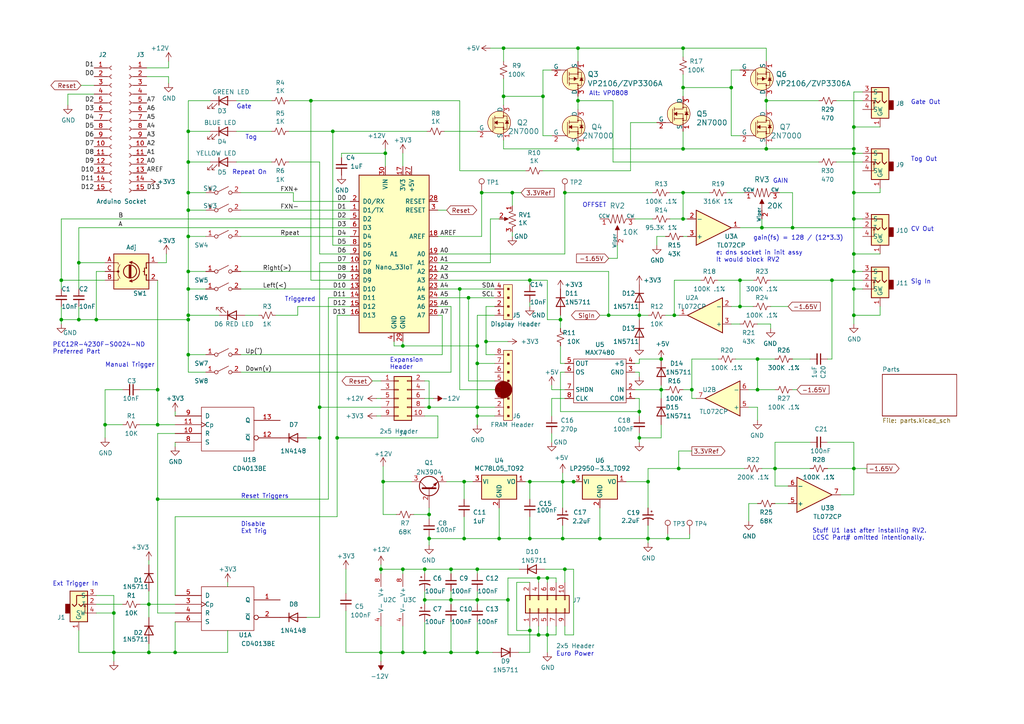
<source format=kicad_sch>
(kicad_sch (version 20211123) (generator eeschema)
  (paper "A4")
  (title_block (title "Spankulator") (rev "4.1") (company "Greenface Labs"))
  (junction (at 163.195 139.7))
  (junction (at 158.75 167.64))
  (junction (at 54.61 91.44))
  (junction (at 116.84 100.33))
  (junction (at 219.71 113.03))
  (junction (at 198.12 43.18))
  (junction (at 157.48 27.94))
  (junction (at 166.37 139.7))
  (junction (at 222.25 43.18))
  (junction (at 96.52 38.1))
  (junction (at 138.43 100.33))
  (junction (at 198.12 55.88))
  (junction (at 17.78 81.28))
  (junction (at 176.53 91.44))
  (junction (at 153.67 156.21))
  (junction (at 45.72 144.78))
  (junction (at 247.65 73.66))
  (junction (at 158.75 184.15))
  (junction (at 229.87 66.04))
  (junction (at 193.675 156.21))
  (junction (at 133.35 83.82))
  (junction (at 247.65 44.45))
  (junction (at 247.65 91.44))
  (junction (at 138.43 120.65))
  (junction (at 241.3 81.28))
  (junction (at 130.81 173.99))
  (junction (at 54.61 46.99))
  (junction (at 156.21 184.15))
  (junction (at 124.46 149.225))
  (junction (at 146.05 27.94))
  (junction (at 247.65 83.82))
  (junction (at 196.85 135.89))
  (junction (at 54.61 60.96))
  (junction (at 124.46 118.11))
  (junction (at 50.8 189.23))
  (junction (at 167.64 13.97))
  (junction (at 198.12 25.4))
  (junction (at 110.49 189.23))
  (junction (at 185.42 91.44))
  (junction (at 153.67 182.88))
  (junction (at 30.48 123.19))
  (junction (at 144.78 156.21))
  (junction (at 200.66 113.03))
  (junction (at 92.71 118.11))
  (junction (at 148.59 55.88))
  (junction (at 110.49 165.1))
  (junction (at 163.83 55.88))
  (junction (at 111.125 139.7))
  (junction (at 116.84 189.23))
  (junction (at 54.61 68.58))
  (junction (at 124.46 156.21))
  (junction (at 134.62 139.7))
  (junction (at 153.67 81.28))
  (junction (at 43.18 175.26))
  (junction (at 54.61 78.74))
  (junction (at 185.42 119.38))
  (junction (at 222.25 29.21))
  (junction (at 191.77 113.03))
  (junction (at 138.43 173.99))
  (junction (at 54.61 38.1))
  (junction (at 247.65 43.18))
  (junction (at 198.12 13.97))
  (junction (at 138.43 105.41))
  (junction (at 220.98 66.04))
  (junction (at 198.12 63.5))
  (junction (at 247.65 135.89))
  (junction (at 54.61 92.71))
  (junction (at 54.61 102.87))
  (junction (at 191.77 104.14))
  (junction (at 163.83 165.1))
  (junction (at 167.64 29.21))
  (junction (at 224.79 135.89))
  (junction (at 33.02 189.23))
  (junction (at 173.99 156.21))
  (junction (at 247.65 78.74))
  (junction (at 187.96 156.21))
  (junction (at 139.7 55.88))
  (junction (at 123.19 189.23))
  (junction (at 17.78 92.71))
  (junction (at 27.94 92.71))
  (junction (at 247.65 55.88))
  (junction (at 45.72 123.19))
  (junction (at 156.21 167.64))
  (junction (at 187.96 139.7))
  (junction (at 214.63 81.28))
  (junction (at 130.81 189.23))
  (junction (at 43.18 189.23))
  (junction (at 146.05 13.97))
  (junction (at 163.195 156.21))
  (junction (at 247.65 63.5))
  (junction (at 247.65 36.83))
  (junction (at 130.81 165.1))
  (junction (at 123.19 165.1))
  (junction (at 22.86 76.2))
  (junction (at 111.76 44.45))
  (junction (at 90.17 29.21))
  (junction (at 54.61 55.88))
  (junction (at 140.97 99.06))
  (junction (at 33.02 177.8))
  (junction (at 45.72 113.03))
  (junction (at 116.84 165.1))
  (junction (at 92.71 127))
  (junction (at 219.71 104.14))
  (junction (at 22.86 92.71))
  (junction (at 185.42 127))
  (junction (at 153.67 139.7))
  (junction (at 214.63 88.9))
  (junction (at 195.58 91.44))
  (junction (at 212.09 25.4))
  (junction (at 54.61 83.82))
  (junction (at 167.64 43.18))
  (junction (at 138.43 118.11))
  (junction (at 135.89 86.36))
  (junction (at 138.43 165.1))
  (junction (at 147.32 173.99))
  (junction (at 138.43 189.23))
  (junction (at 134.62 156.21))
  (junction (at 123.19 173.99))
  (junction (at 97.79 127))
  (junction (at 162.56 92.71))
  (wire (pts (xy 156.21 167.64) (xy 156.21 168.91)))
  (wire (pts (xy 100.33 165.1) (xy 100.33 172.085)))
  (wire (pts (xy 161.29 184.15) (xy 161.29 181.61)))
  (wire (pts (xy 110.49 181.61) (xy 110.49 189.23)))
  (wire (pts (xy 153.67 81.28) (xy 158.75 81.28)))
  (wire (pts (xy 167.64 43.18) (xy 167.64 41.91)))
  (wire (pts (xy 223.52 81.28) (xy 241.3 81.28)))
  (wire (pts (xy 173.99 147.32) (xy 173.99 156.21)))
  (wire (pts (xy 187.96 156.21) (xy 193.675 156.21)))
  (wire (pts (xy 163.83 168.91) (xy 163.83 165.1)))
  (wire (pts (xy 193.04 68.58) (xy 190.5 68.58)))
  (wire (pts (xy 158.75 167.64) (xy 161.29 167.64)))
  (wire (pts (xy 228.6 140.97) (xy 224.79 140.97)))
  (wire (pts (xy 163.83 55.88) (xy 163.83 73.66)))
  (wire (pts (xy 116.84 165.1) (xy 123.19 165.1)))
  (wire (pts (xy 219.71 104.14) (xy 219.71 113.03)))
  (wire (pts (xy 162.56 105.41) (xy 162.56 100.33)))
  (wire (pts (xy 124.46 155.575) (xy 124.46 156.21)))
  (wire (pts (xy 198.12 43.18) (xy 222.25 43.18)))
  (wire (pts (xy 116.84 44.45) (xy 116.84 48.26)))
  (wire (pts (xy 110.49 165.1) (xy 116.84 165.1)))
  (wire (pts (xy 166.37 139.7) (xy 163.195 139.7)))
  (wire (pts (xy 90.17 81.28) (xy 90.17 29.21)))
  (wire (pts (xy 224.79 104.14) (xy 219.71 104.14)))
  (wire (pts (xy 92.71 76.2) (xy 92.71 118.11)))
  (wire (pts (xy 83.82 46.99) (xy 92.71 46.99)))
  (wire (pts (xy 229.87 113.03) (xy 231.14 113.03)))
  (wire (pts (xy 247.65 63.5) (xy 247.65 55.88)))
  (wire (pts (xy 184.15 63.5) (xy 189.23 63.5)))
  (wire (pts (xy 114.935 149.225) (xy 111.125 149.225)))
  (wire (pts (xy 45.72 123.19) (xy 50.8 123.19)))
  (wire (pts (xy 255.27 36.83) (xy 247.65 36.83)))
  (wire (pts (xy 123.19 166.37) (xy 123.19 165.1)))
  (wire (pts (xy 86.36 91.44) (xy 86.36 88.9)))
  (wire (pts (xy 101.6 91.44) (xy 97.79 91.44)))
  (wire (pts (xy 96.52 71.12) (xy 96.52 38.1)))
  (wire (pts (xy 142.24 63.5) (xy 142.24 76.2)))
  (wire (pts (xy 214.63 88.9) (xy 218.44 88.9)))
  (wire (pts (xy 146.05 27.94) (xy 157.48 27.94)))
  (wire (pts (xy 83.82 29.21) (xy 90.17 29.21)))
  (wire (pts (xy 196.85 135.89) (xy 196.85 130.81)))
  (wire (pts (xy 17.78 81.28) (xy 17.78 83.82)))
  (wire (pts (xy 45.72 76.2) (xy 48.26 76.2)))
  (wire (pts (xy 146.05 27.94) (xy 146.05 30.48)))
  (wire (pts (xy 157.48 20.32) (xy 157.48 27.94)))
  (wire (pts (xy 128.905 38.1) (xy 138.43 38.1)))
  (wire (pts (xy 190.5 68.58) (xy 190.5 71.12)))
  (wire (pts (xy 35.56 113.03) (xy 30.48 113.03)))
  (wire (pts (xy 163.83 181.61) (xy 163.83 184.15)))
  (wire (pts (xy 217.17 146.05) (xy 217.17 151.13)))
  (wire (pts (xy 219.71 104.14) (xy 213.36 104.14)))
  (wire (pts (xy 54.61 29.21) (xy 54.61 38.1)))
  (wire (pts (xy 217.17 118.11) (xy 219.71 118.11)))
  (wire (pts (xy 138.43 171.45) (xy 138.43 173.99)))
  (wire (pts (xy 185.42 125.73) (xy 185.42 127)))
  (wire (pts (xy 247.65 26.67) (xy 247.65 36.83)))
  (wire (pts (xy 219.71 113.03) (xy 217.17 113.03)))
  (wire (pts (xy 214.63 81.28) (xy 214.63 88.9)))
  (wire (pts (xy 124.46 149.225) (xy 124.46 150.495)))
  (wire (pts (xy 96.52 38.1) (xy 83.82 38.1)))
  (wire (pts (xy 116.84 181.61) (xy 116.84 189.23)))
  (wire (pts (xy 45.72 125.73) (xy 45.72 144.78)))
  (wire (pts (xy 191.77 115.57) (xy 191.77 113.03)))
  (wire (pts (xy 150.495 189.23) (xy 153.67 189.23)))
  (wire (pts (xy 127 88.9) (xy 130.81 88.9)))
  (wire (pts (xy 140.97 99.06) (xy 140.97 88.9)))
  (wire (pts (xy 247.65 135.89) (xy 251.46 135.89)))
  (wire (pts (xy 187.96 156.21) (xy 173.99 156.21)))
  (wire (pts (xy 110.49 189.23) (xy 116.84 189.23)))
  (wire (pts (xy 54.61 29.21) (xy 60.96 29.21)))
  (wire (pts (xy 187.96 152.4) (xy 187.96 156.21)))
  (wire (pts (xy 212.09 88.9) (xy 214.63 88.9)))
  (wire (pts (xy 69.85 102.87) (xy 128.27 102.87)))
  (wire (pts (xy 22.86 182.88) (xy 22.86 189.23)))
  (wire (pts (xy 42.545 19.685) (xy 48.895 19.685)))
  (wire (pts (xy 158.75 92.71) (xy 162.56 92.71)))
  (wire (pts (xy 124.46 156.21) (xy 134.62 156.21)))
  (wire (pts (xy 138.43 165.1) (xy 150.495 165.1)))
  (wire (pts (xy 144.78 63.5) (xy 142.24 63.5)))
  (wire (pts (xy 247.65 128.27) (xy 247.65 135.89)))
  (wire (pts (xy 149.86 168.91) (xy 149.86 182.88)))
  (wire (pts (xy 250.19 44.45) (xy 247.65 44.45)))
  (wire (pts (xy 153.67 139.7) (xy 163.195 139.7)))
  (wire (pts (xy 177.8 46.99) (xy 237.49 46.99)))
  (wire (pts (xy 22.86 88.9) (xy 22.86 92.71)))
  (wire (pts (xy 176.53 78.74) (xy 176.53 91.44)))
  (wire (pts (xy 222.25 43.18) (xy 222.25 41.91)))
  (wire (pts (xy 153.67 82.55) (xy 153.67 81.28)))
  (wire (pts (xy 162.56 91.44) (xy 162.56 92.71)))
  (wire (pts (xy 54.61 83.82) (xy 54.61 91.44)))
  (wire (pts (xy 208.28 104.14) (xy 200.66 104.14)))
  (wire (pts (xy 176.53 91.44) (xy 185.42 91.44)))
  (wire (pts (xy 30.48 113.03) (xy 30.48 123.19)))
  (wire (pts (xy 22.86 76.2) (xy 22.86 83.82)))
  (wire (pts (xy 48.895 22.225) (xy 48.895 24.13)))
  (wire (pts (xy 33.02 177.8) (xy 33.02 189.23)))
  (wire (pts (xy 54.61 91.44) (xy 54.61 92.71)))
  (wire (pts (xy 182.88 49.53) (xy 182.88 35.56)))
  (wire (pts (xy 123.19 173.99) (xy 123.19 175.26)))
  (wire (pts (xy 247.65 43.18) (xy 247.65 44.45)))
  (wire (pts (xy 198.12 113.03) (xy 200.66 113.03)))
  (wire (pts (xy 142.24 13.97) (xy 146.05 13.97)))
  (wire (pts (xy 54.61 55.88) (xy 54.61 60.96)))
  (wire (pts (xy 133.35 113.03) (xy 133.35 83.82)))
  (wire (pts (xy 68.58 46.99) (xy 78.74 46.99)))
  (wire (pts (xy 99.06 44.45) (xy 111.76 44.45)))
  (wire (pts (xy 187.96 147.32) (xy 187.96 139.7)))
  (wire (pts (xy 22.86 189.23) (xy 33.02 189.23)))
  (wire (pts (xy 242.57 46.99) (xy 250.19 46.99)))
  (wire (pts (xy 247.65 55.88) (xy 255.27 55.88)))
  (wire (pts (xy 185.42 90.17) (xy 185.42 91.44)))
  (wire (pts (xy 198.12 63.5) (xy 199.39 63.5)))
  (wire (pts (xy 137.16 139.7) (xy 134.62 139.7)))
  (wire (pts (xy 130.81 180.34) (xy 130.81 189.23)))
  (wire (pts (xy 214.63 20.32) (xy 212.09 20.32)))
  (wire (pts (xy 198.12 68.58) (xy 199.39 68.58)))
  (wire (pts (xy 247.65 91.44) (xy 247.65 93.98)))
  (wire (pts (xy 134.62 156.21) (xy 144.78 156.21)))
  (wire (pts (xy 127 120.65) (xy 123.19 120.65)))
  (wire (pts (xy 127 83.82) (xy 133.35 83.82)))
  (wire (pts (xy 163.195 147.32) (xy 163.195 139.7)))
  (wire (pts (xy 30.48 123.19) (xy 35.56 123.19)))
  (wire (pts (xy 33.02 189.23) (xy 33.02 191.77)))
  (wire (pts (xy 110.49 166.37) (xy 110.49 165.1)))
  (wire (pts (xy 184.15 113.03) (xy 191.77 113.03)))
  (wire (pts (xy 160.02 113.03) (xy 163.83 113.03)))
  (wire (pts (xy 214.63 66.04) (xy 220.98 66.04)))
  (wire (pts (xy 59.69 68.58) (xy 54.61 68.58)))
  (wire (pts (xy 173.99 91.44) (xy 176.53 91.44)))
  (wire (pts (xy 250.19 81.28) (xy 241.3 81.28)))
  (wire (pts (xy 162.56 92.71) (xy 162.56 95.25)))
  (wire (pts (xy 116.84 189.23) (xy 123.19 189.23)))
  (wire (pts (xy 110.49 189.23) (xy 110.49 191.77)))
  (wire (pts (xy 59.69 60.96) (xy 54.61 60.96)))
  (wire (pts (xy 59.69 55.88) (xy 54.61 55.88)))
  (wire (pts (xy 143.51 118.11) (xy 138.43 118.11)))
  (wire (pts (xy 193.675 156.21) (xy 200.025 156.21)))
  (wire (pts (xy 139.7 68.58) (xy 127 68.58)))
  (wire (pts (xy 138.43 180.34) (xy 138.43 189.23)))
  (wire (pts (xy 48.26 76.2) (xy 48.26 73.66)))
  (wire (pts (xy 146.05 13.97) (xy 167.64 13.97)))
  (wire (pts (xy 107.95 110.49) (xy 110.49 110.49)))
  (wire (pts (xy 193.675 154.94) (xy 193.675 156.21)))
  (wire (pts (xy 50.8 180.34) (xy 50.8 189.23)))
  (wire (pts (xy 96.52 38.1) (xy 123.825 38.1)))
  (wire (pts (xy 163.83 105.41) (xy 162.56 105.41)))
  (wire (pts (xy 30.48 78.74) (xy 27.94 78.74)))
  (wire (pts (xy 166.37 165.1) (xy 163.83 165.1)))
  (wire (pts (xy 138.43 91.44) (xy 143.51 91.44)))
  (wire (pts (xy 139.7 55.88) (xy 139.7 68.58)))
  (wire (pts (xy 27.94 92.71) (xy 54.61 92.71)))
  (wire (pts (xy 54.61 68.58) (xy 54.61 78.74)))
  (wire (pts (xy 148.59 55.88) (xy 139.7 55.88)))
  (wire (pts (xy 162.56 119.38) (xy 185.42 119.38)))
  (wire (pts (xy 219.71 113.03) (xy 224.79 113.03)))
  (wire (pts (xy 54.61 46.99) (xy 54.61 55.88)))
  (wire (pts (xy 177.8 46.99) (xy 177.8 29.21)))
  (wire (pts (xy 130.81 88.9) (xy 130.81 107.95)))
  (wire (pts (xy 59.69 78.74) (xy 54.61 78.74)))
  (wire (pts (xy 158.75 181.61) (xy 158.75 184.15)))
  (wire (pts (xy 224.79 140.97) (xy 224.79 135.89)))
  (wire (pts (xy 158.115 165.1) (xy 163.83 165.1)))
  (wire (pts (xy 138.43 173.99) (xy 130.81 173.99)))
  (wire (pts (xy 43.18 175.26) (xy 43.18 179.07)))
  (wire (pts (xy 184.15 115.57) (xy 185.42 115.57)))
  (wire (pts (xy 101.6 86.36) (xy 95.25 86.36)))
  (wire (pts (xy 123.19 189.23) (xy 130.81 189.23)))
  (wire (pts (xy 30.48 81.28) (xy 17.78 81.28)))
  (wire (pts (xy 43.18 175.26) (xy 50.8 175.26)))
  (wire (pts (xy 130.81 165.1) (xy 138.43 165.1)))
  (wire (pts (xy 101.6 81.28) (xy 90.17 81.28)))
  (wire (pts (xy 182.88 35.56) (xy 190.5 35.56)))
  (wire (pts (xy 185.42 104.14) (xy 191.77 104.14)))
  (wire (pts (xy 220.98 135.89) (xy 224.79 135.89)))
  (wire (pts (xy 229.87 55.88) (xy 229.87 66.04)))
  (wire (pts (xy 176.53 74.93) (xy 179.07 74.93)))
  (wire (pts (xy 85.09 58.42) (xy 101.6 58.42)))
  (wire (pts (xy 124.46 118.11) (xy 138.43 118.11)))
  (wire (pts (xy 163.195 137.16) (xy 163.195 139.7)))
  (wire (pts (xy 40.64 113.03) (xy 45.72 113.03)))
  (wire (pts (xy 200.66 104.14) (xy 200.66 113.03)))
  (wire (pts (xy 138.43 120.65) (xy 138.43 118.11)))
  (wire (pts (xy 138.43 100.33) (xy 138.43 105.41)))
  (wire (pts (xy 224.79 128.27) (xy 224.79 135.89)))
  (wire (pts (xy 74.93 91.44) (xy 71.12 91.44)))
  (wire (pts (xy 247.65 91.44) (xy 255.27 91.44)))
  (wire (pts (xy 128.27 102.87) (xy 128.27 91.44)))
  (wire (pts (xy 100.33 189.23) (xy 110.49 189.23)))
  (wire (pts (xy 158.75 81.28) (xy 158.75 92.71)))
  (wire (pts (xy 184.15 105.41) (xy 185.42 105.41)))
  (wire (pts (xy 240.03 104.14) (xy 241.3 104.14)))
  (wire (pts (xy 123.19 171.45) (xy 123.19 173.99)))
  (wire (pts (xy 247.65 83.82) (xy 247.65 91.44)))
  (wire (pts (xy 146.05 22.86) (xy 146.05 27.94)))
  (wire (pts (xy 200.025 154.94) (xy 200.025 156.21)))
  (wire (pts (xy 54.61 60.96) (xy 54.61 68.58)))
  (wire (pts (xy 198.12 25.4) (xy 212.09 25.4)))
  (wire (pts (xy 50.8 189.23) (xy 66.04 189.23)))
  (wire (pts (xy 147.32 173.99) (xy 138.43 173.99)))
  (wire (pts (xy 138.43 91.44) (xy 138.43 100.33)))
  (wire (pts (xy 167.64 17.78) (xy 167.64 13.97)))
  (wire (pts (xy 127 86.36) (xy 135.89 86.36)))
  (wire (pts (xy 194.31 55.88) (xy 198.12 55.88)))
  (wire (pts (xy 157.48 49.53) (xy 182.88 49.53)))
  (wire (pts (xy 92.71 179.07) (xy 88.9 179.07)))
  (wire (pts (xy 68.58 29.21) (xy 78.74 29.21)))
  (wire (pts (xy 54.61 102.87) (xy 54.61 107.95)))
  (wire (pts (xy 100.33 177.165) (xy 100.33 189.23)))
  (wire (pts (xy 111.125 139.7) (xy 119.38 139.7)))
  (wire (pts (xy 43.18 189.23) (xy 50.8 189.23)))
  (wire (pts (xy 101.6 76.2) (xy 92.71 76.2)))
  (wire (pts (xy 40.64 175.26) (xy 43.18 175.26)))
  (wire (pts (xy 153.67 156.21) (xy 163.195 156.21)))
  (wire (pts (xy 123.19 115.57) (xy 125.73 115.57)))
  (wire (pts (xy 17.78 92.71) (xy 22.86 92.71)))
  (wire (pts (xy 148.59 68.58) (xy 148.59 67.31)))
  (wire (pts (xy 200.66 115.57) (xy 201.93 115.57)))
  (wire (pts (xy 17.78 93.98) (xy 17.78 92.71)))
  (wire (pts (xy 50.8 128.27) (xy 50.8 129.54)))
  (wire (pts (xy 250.19 78.74) (xy 247.65 78.74)))
  (wire (pts (xy 123.19 118.11) (xy 124.46 118.11)))
  (wire (pts (xy 167.64 29.21) (xy 167.64 27.94)))
  (wire (pts (xy 191.77 113.03) (xy 193.04 113.03)))
  (wire (pts (xy 97.79 127) (xy 127 127)))
  (wire (pts (xy 54.61 38.1) (xy 60.96 38.1)))
  (wire (pts (xy 142.24 76.2) (xy 127 76.2)))
  (wire (pts (xy 45.72 81.28) (xy 45.72 113.03)))
  (wire (pts (xy 160.02 111.76) (xy 160.02 113.03)))
  (wire (pts (xy 66.04 189.23) (xy 66.04 182.88)))
  (wire (pts (xy 109.22 115.57) (xy 110.49 115.57)))
  (wire (pts (xy 90.17 29.21) (xy 133.35 29.21)))
  (wire (pts (xy 147.32 167.64) (xy 147.32 173.99)))
  (wire (pts (xy 135.89 86.36) (xy 135.89 110.49)))
  (wire (pts (xy 22.86 66.04) (xy 101.6 66.04)))
  (wire (pts (xy 140.97 88.9) (xy 143.51 88.9)))
  (wire (pts (xy 247.65 78.74) (xy 247.65 73.66)))
  (wire (pts (xy 255.27 55.88) (xy 255.27 54.61)))
  (wire (pts (xy 157.48 39.37) (xy 160.02 39.37)))
  (wire (pts (xy 153.67 168.91) (xy 149.86 168.91)))
  (wire (pts (xy 134.62 139.7) (xy 134.62 144.78)))
  (wire (pts (xy 130.81 166.37) (xy 130.81 165.1)))
  (wire (pts (xy 198.12 16.51) (xy 198.12 13.97)))
  (wire (pts (xy 177.8 29.21) (xy 167.64 29.21)))
  (wire (pts (xy 151.13 55.88) (xy 148.59 55.88)))
  (wire (pts (xy 200.66 113.03) (xy 200.66 115.57)))
  (wire (pts (xy 187.96 135.89) (xy 187.96 139.7)))
  (wire (pts (xy 45.72 113.03) (xy 45.72 123.19)))
  (wire (pts (xy 17.78 63.5) (xy 101.6 63.5)))
  (wire (pts (xy 146.05 43.18) (xy 167.64 43.18)))
  (wire (pts (xy 194.31 63.5) (xy 198.12 63.5)))
  (wire (pts (xy 114.3 99.06) (xy 114.3 100.33)))
  (wire (pts (xy 212.09 25.4) (xy 212.09 39.37)))
  (wire (pts (xy 198.12 55.88) (xy 205.74 55.88)))
  (wire (pts (xy 156.21 181.61) (xy 156.21 184.15)))
  (wire (pts (xy 129.54 139.7) (xy 134.62 139.7)))
  (wire (pts (xy 222.25 29.21) (xy 222.25 27.94)))
  (wire (pts (xy 101.6 71.12) (xy 96.52 71.12)))
  (wire (pts (xy 116.84 99.06) (xy 116.84 100.33)))
  (wire (pts (xy 163.83 184.15) (xy 166.37 184.15)))
  (wire (pts (xy 153.67 181.61) (xy 153.67 182.88)))
  (wire (pts (xy 123.19 110.49) (xy 124.46 110.49)))
  (wire (pts (xy 147.32 99.06) (xy 140.97 99.06)))
  (wire (pts (xy 140.97 102.87) (xy 140.97 99.06)))
  (wire (pts (xy 50.8 149.86) (xy 97.79 149.86)))
  (wire (pts (xy 203.2 81.28) (xy 195.58 81.28)))
  (wire (pts (xy 116.84 166.37) (xy 116.84 165.1)))
  (wire (pts (xy 27.305 27.305) (xy 19.685 27.305)))
  (wire (pts (xy 255.27 91.44) (xy 255.27 88.9)))
  (wire (pts (xy 210.82 55.88) (xy 215.9 55.88)))
  (wire (pts (xy 45.72 144.78) (xy 45.72 177.8)))
  (wire (pts (xy 60.96 46.99) (xy 54.61 46.99)))
  (wire (pts (xy 127 78.74) (xy 176.53 78.74)))
  (wire (pts (xy 247.65 63.5) (xy 247.65 73.66)))
  (wire (pts (xy 124.46 147.32) (xy 124.46 149.225)))
  (wire (pts (xy 243.84 143.51) (xy 247.65 143.51)))
  (wire (pts (xy 127 60.96) (xy 129.54 60.96)))
  (wire (pts (xy 127 127) (xy 127 120.65)))
  (wire (pts (xy 220.98 63.5) (xy 220.98 66.04)))
  (wire (pts (xy 69.85 83.82) (xy 101.6 83.82)))
  (wire (pts (xy 214.63 81.28) (xy 218.44 81.28)))
  (wire (pts (xy 19.685 27.305) (xy 19.685 30.48)))
  (wire (pts (xy 146.05 13.97) (xy 146.05 17.78)))
  (wire (pts (xy 116.84 100.33) (xy 138.43 100.33)))
  (wire (pts (xy 220.98 66.04) (xy 229.87 66.04)))
  (wire (pts (xy 219.71 93.98) (xy 223.52 93.98)))
  (wire (pts (xy 187.96 135.89) (xy 196.85 135.89)))
  (wire (pts (xy 50.8 125.73) (xy 45.72 125.73)))
  (wire (pts (xy 191.77 127) (xy 185.42 127)))
  (wire (pts (xy 80.01 91.44) (xy 86.36 91.44)))
  (wire (pts (xy 54.61 91.44) (xy 63.5 91.44)))
  (wire (pts (xy 86.36 88.9) (xy 101.6 88.9)))
  (wire (pts (xy 157.48 27.94) (xy 157.48 39.37)))
  (wire (pts (xy 158.75 184.15) (xy 158.75 189.23)))
  (wire (pts (xy 223.52 93.98) (xy 223.52 95.25)))
  (wire (pts (xy 54.61 38.1) (xy 54.61 46.99)))
  (wire (pts (xy 237.49 29.21) (xy 222.25 29.21)))
  (wire (pts (xy 247.65 78.74) (xy 247.65 83.82)))
  (wire (pts (xy 133.35 83.82) (xy 143.51 83.82)))
  (wire (pts (xy 222.25 43.18) (xy 247.65 43.18)))
  (wire (pts (xy 127 73.66) (xy 163.83 73.66)))
  (wire (pts (xy 144.78 156.21) (xy 144.78 147.32)))
  (wire (pts (xy 185.42 127) (xy 185.42 128.27)))
  (wire (pts (xy 92.71 46.99) (xy 92.71 73.66)))
  (wire (pts (xy 196.85 135.89) (xy 215.9 135.89)))
  (wire (pts (xy 50.8 177.8) (xy 45.72 177.8)))
  (wire (pts (xy 48.895 19.685) (xy 48.895 17.78)))
  (wire (pts (xy 59.69 102.87) (xy 54.61 102.87)))
  (wire (pts (xy 22.86 66.04) (xy 22.86 76.2)))
  (wire (pts (xy 185.42 105.41) (xy 185.42 104.14)))
  (wire (pts (xy 27.94 175.26) (xy 35.56 175.26)))
  (wire (pts (xy 240.03 128.27) (xy 247.65 128.27)))
  (wire (pts (xy 160.02 128.27) (xy 160.02 125.73)))
  (wire (pts (xy 162.56 107.95) (xy 162.56 119.38)))
  (wire (pts (xy 153.67 144.78) (xy 153.67 139.7)))
  (wire (pts (xy 97.79 127) (xy 97.79 149.86)))
  (wire (pts (xy 234.95 104.14) (xy 229.87 104.14)))
  (wire (pts (xy 111.125 149.225) (xy 111.125 139.7)))
  (wire (pts (xy 255.27 73.66) (xy 247.65 73.66)))
  (wire (pts (xy 134.62 149.86) (xy 134.62 156.21)))
  (wire (pts (xy 27.94 78.74) (xy 27.94 92.71)))
  (wire (pts (xy 153.67 87.63) (xy 153.67 88.9)))
  (wire (pts (xy 250.19 63.5) (xy 247.65 63.5)))
  (wire (pts (xy 167.64 13.97) (xy 198.12 13.97)))
  (wire (pts (xy 45.72 144.78) (xy 95.25 144.78)))
  (wire (pts (xy 167.64 43.18) (xy 198.12 43.18)))
  (wire (pts (xy 185.42 92.71) (xy 185.42 91.44)))
  (wire (pts (xy 127 81.28) (xy 153.67 81.28)))
  (wire (pts (xy 17.78 88.9) (xy 17.78 92.71)))
  (wire (pts (xy 198.12 13.97) (xy 222.25 13.97)))
  (wire (pts (xy 54.61 78.74) (xy 54.61 83.82)))
  (wire (pts (xy 148.59 59.69) (xy 148.59 55.88)))
  (wire (pts (xy 208.28 81.28) (xy 214.63 81.28)))
  (wire (pts (xy 198.12 21.59) (xy 198.12 25.4)))
  (wire (pts (xy 153.67 156.21) (xy 144.78 156.21)))
  (wire (pts (xy 168.275 139.7) (xy 166.37 139.7)))
  (wire (pts (xy 198.12 38.1) (xy 198.12 43.18)))
  (wire (pts (xy 234.95 128.27) (xy 224.79 128.27)))
  (wire (pts (xy 69.85 60.96) (xy 101.6 60.96)))
  (wire (pts (xy 130.81 173.99) (xy 130.81 175.26)))
  (wire (pts (xy 85.09 55.88) (xy 85.09 58.42)))
  (wire (pts (xy 110.49 118.11) (xy 92.71 118.11)))
  (wire (pts (xy 123.19 165.1) (xy 130.81 165.1)))
  (wire (pts (xy 160.02 20.32) (xy 157.48 20.32)))
  (wire (pts (xy 167.64 31.75) (xy 167.64 29.21)))
  (wire (pts (xy 158.75 167.64) (xy 156.21 167.64)))
  (wire (pts (xy 88.9 127) (xy 92.71 127)))
  (wire (pts (xy 195.58 91.44) (xy 196.85 91.44)))
  (wire (pts (xy 147.32 173.99) (xy 147.32 184.15)))
  (wire (pts (xy 226.06 55.88) (xy 229.87 55.88)))
  (wire (pts (xy 229.87 66.04) (xy 250.19 66.04)))
  (wire (pts (xy 222.25 17.78) (xy 222.25 13.97)))
  (wire (pts (xy 130.81 171.45) (xy 130.81 173.99)))
  (wire (pts (xy 163.195 156.21) (xy 163.195 152.4)))
  (wire (pts (xy 69.85 68.58) (xy 101.6 68.58)))
  (wire (pts (xy 120.015 149.225) (xy 124.46 149.225)))
  (wire (pts (xy 158.75 167.64) (xy 158.75 168.91)))
  (wire (pts (xy 250.19 83.82) (xy 247.65 83.82)))
  (wire (pts (xy 147.32 184.15) (xy 156.21 184.15)))
  (wire (pts (xy 166.37 184.15) (xy 166.37 165.1)))
  (wire (pts (xy 133.35 49.53) (xy 152.4 49.53)))
  (wire (pts (xy 153.67 149.86) (xy 153.67 156.21)))
  (wire (pts (xy 212.09 39.37) (xy 214.63 39.37)))
  (wire (pts (xy 123.19 173.99) (xy 130.81 173.99)))
  (wire (pts (xy 222.25 31.75) (xy 222.25 29.21)))
  (wire (pts (xy 123.19 180.34) (xy 123.19 189.23)))
  (wire (pts (xy 54.61 92.71) (xy 54.61 102.87)))
  (wire (pts (xy 17.78 63.5) (xy 17.78 81.28)))
  (wire (pts (xy 184.15 107.95) (xy 185.42 107.95)))
  (wire (pts (xy 68.58 38.1) (xy 78.74 38.1)))
  (wire (pts (xy 143.51 102.87) (xy 140.97 102.87)))
  (wire (pts (xy 138.43 123.19) (xy 138.43 120.65)))
  (wire (pts (xy 95.25 86.36) (xy 95.25 144.78)))
  (wire (pts (xy 191.77 111.76) (xy 191.77 113.03)))
  (wire (pts (xy 198.12 25.4) (xy 198.12 27.94)))
  (wire (pts (xy 22.86 92.71) (xy 27.94 92.71)))
  (wire (pts (xy 191.77 123.19) (xy 191.77 127)))
  (wire (pts (xy 160.02 115.57) (xy 160.02 120.65)))
  (wire (pts (xy 138.43 173.99) (xy 138.43 175.26)))
  (wire (pts (xy 241.3 104.14) (xy 241.3 81.28)))
  (wire (pts (xy 146.05 43.18) (xy 146.05 40.64)))
  (wire (pts (xy 111.125 135.255) (xy 111.125 139.7)))
  (wire (pts (xy 149.86 182.88) (xy 153.67 182.88)))
  (wire (pts (xy 43.18 162.56) (xy 43.18 163.83)))
  (wire (pts (xy 27.94 172.72) (xy 33.02 172.72)))
  (wire (pts (xy 101.6 78.74) (xy 69.85 78.74)))
  (wire (pts (xy 43.18 186.69) (xy 43.18 189.23)))
  (wire (pts (xy 242.57 29.21) (xy 250.19 29.21)))
  (wire (pts (xy 193.04 91.44) (xy 195.58 91.44)))
  (wire (pts (xy 223.52 88.9) (xy 228.6 88.9)))
  (wire (pts (xy 240.03 135.89) (xy 247.65 135.89)))
  (wire (pts (xy 156.21 167.64) (xy 147.32 167.64)))
  (wire (pts (xy 187.96 139.7) (xy 181.61 139.7)))
  (wire (pts (xy 135.89 86.36) (xy 143.51 86.36)))
  (wire (pts (xy 124.46 156.21) (xy 124.46 158.115)))
  (wire (pts (xy 110.49 163.83) (xy 110.49 165.1)))
  (wire (pts (xy 42.545 22.225) (xy 48.895 22.225)))
  (wire (pts (xy 153.67 182.88) (xy 153.67 189.23)))
  (wire (pts (xy 124.46 110.49) (xy 124.46 118.11)))
  (wire (pts (xy 185.42 109.22) (xy 185.42 107.95)))
  (wire (pts (xy 173.99 156.21) (xy 163.195 156.21)))
  (wire (pts (xy 30.48 127) (xy 30.48 123.19)))
  (wire (pts (xy 69.85 55.88) (xy 85.09 55.88)))
  (wire (pts (xy 143.51 105.41) (xy 138.43 105.41)))
  (wire (pts (xy 114.3 100.33) (xy 116.84 100.33)))
  (wire (pts (xy 163.83 115.57) (xy 160.02 115.57)))
  (wire (pts (xy 111.76 43.18) (xy 111.76 44.45)))
  (wire (pts (xy 187.96 156.21) (xy 187.96 157.48)))
  (wire (pts (xy 224.79 135.89) (xy 234.95 135.89)))
  (wire (pts (xy 143.51 120.65) (xy 138.43 120.65)))
  (wire (pts (xy 130.81 189.23) (xy 138.43 189.23)))
  (wire (pts (xy 27.94 177.8) (xy 33.02 177.8)))
  (wire (pts (xy 185.42 91.44) (xy 187.96 91.44)))
  (wire (pts (xy 69.85 107.95) (xy 130.81 107.95)))
  (wire (pts (xy 224.79 146.05) (xy 228.6 146.05)))
  (wire (pts (xy 185.42 115.57) (xy 185.42 119.38)))
  (wire (pts (xy 152.4 139.7) (xy 153.67 139.7)))
  (wire (pts (xy 92.71 127) (xy 92.71 179.07)))
  (wire (pts (xy 99.06 45.72) (xy 99.06 44.45)))
  (wire (pts (xy 250.19 26.67) (xy 247.65 26.67)))
  (wire (pts (xy 212.09 20.32) (xy 212.09 25.4)))
  (wire (pts (xy 196.85 130.81) (xy 200.66 130.81)))
  (wire (pts (xy 111.76 44.45) (xy 111.76 48.26)))
  (wire (pts (xy 133.35 29.21) (xy 133.35 49.53)))
  (wire (pts (xy 138.43 189.23) (xy 142.875 189.23)))
  (wire (pts (xy 59.69 107.95) (xy 54.61 107.95)))
  (wire (pts (xy 30.48 76.2) (xy 22.86 76.2)))
  (wire (pts (xy 59.69 83.82) (xy 54.61 83.82)))
  (wire (pts (xy 128.27 91.44) (xy 127 91.44)))
  (wire (pts (xy 247.65 44.45) (xy 247.65 55.88)))
  (wire (pts (xy 138.43 105.41) (xy 138.43 118.11)))
  (wire (pts (xy 219.71 118.11) (xy 219.71 121.92)))
  (wire (pts (xy 195.58 81.28) (xy 195.58 91.44)))
  (wire (pts (xy 101.6 73.66) (xy 92.71 73.66)))
  (wire (pts (xy 92.71 118.11) (xy 92.71 127)))
  (wire (pts (xy 212.09 93.98) (xy 214.63 93.98)))
  (wire (pts (xy 33.02 189.23) (xy 43.18 189.23)))
  (wire (pts (xy 97.79 91.44) (xy 97.79 127)))
  (wire (pts (xy 50.8 119.38) (xy 50.8 120.65)))
  (wire (pts (xy 247.65 36.83) (xy 247.65 43.18)))
  (wire (pts (xy 43.18 171.45) (xy 43.18 175.26)))
  (wire (pts (xy 50.8 149.86) (xy 50.8 172.72)))
  (wire (pts (xy 163.83 55.88) (xy 189.23 55.88)))
  (wire (pts (xy 138.43 165.1) (xy 138.43 166.37)))
  (wire (pts (xy 33.02 172.72) (xy 33.02 177.8)))
  (wire (pts (xy 143.51 110.49) (xy 135.89 110.49)))
  (wire (pts (xy 247.65 143.51) (xy 247.65 135.89)))
  (wire (pts (xy 179.07 74.93) (xy 179.07 71.12)))
  (wire (pts (xy 23.495 24.765) (xy 27.305 24.765)))
  (wire (pts (xy 66.04 168.91) (xy 66.04 170.18)))
  (wire (pts (xy 219.71 146.05) (xy 217.17 146.05)))
  (wire (pts (xy 158.75 184.15) (xy 161.29 184.15)))
  (wire (pts (xy 163.83 107.95) (xy 162.56 107.95)))
  (wire (pts (xy 161.29 167.64) (xy 161.29 168.91)))
  (wire (pts (xy 156.21 184.15) (xy 158.75 184.15)))
  (wire (pts (xy 143.51 113.03) (xy 133.35 113.03)))
  (wire (pts (xy 109.22 120.65) (xy 110.49 120.65)))
  (wire (pts (xy 198.12 63.5) (xy 198.12 55.88)))
  (wire (pts (xy 40.64 123.19) (xy 45.72 123.19)))
  (wire (pts (xy 185.42 119.38) (xy 185.42 120.65)))
  (text "Disable\nExt Trig" (at 69.85 154.94 0) (effects (font (size 1.27 1.27)) (justify left bottom)))
  (text "Expansion\nHeader" (at 113.03 107.315 0) (effects (font (size 1.27 1.27)) (justify left bottom)))
  (text "Tog Out" (at 264.16 46.99 0) (effects (font (size 1.27 1.27)) (justify left bottom)))
  (text "OFFSET" (at 168.91 60.325 0) (effects (font (size 1.27 1.27)) (justify left bottom)))
  (text "Gate Out" (at 264.16 30.48 0) (effects (font (size 1.27 1.27)) (justify left bottom)))
  (text "gain(fs) = 128 / (12*3.3)" (at 218.44 69.85 0) (effects (font (size 1.27 1.27)) (justify left bottom)))
  (text "PEC12R-4230F-S0024-ND\nPreferred Part" (at 15.24 102.87 0) (effects (font (size 1.27 1.27)) (justify left bottom)))
  (text "e: dns socket in init assy\nIt would block RV2" (at 207.645 76.2 0) (effects (font (size 1.27 1.27)) (justify left bottom)))
  (text "CV Out" (at 264.16 67.31 0) (effects (font (size 1.27 1.27)) (justify left bottom)))
  (text "Alt: VP0808" (at 170.815 27.94 0) (effects (font (size 1.27 1.27)) (justify left bottom)))
  (text "Sig In" (at 264.16 82.55 0) (effects (font (size 1.27 1.27)) (justify left bottom)))
  (text "Gate" (at 68.58 31.75 0) (effects (font (size 1.27 1.27)) (justify left bottom)))
  (text "Repeat On" (at 67.31 50.8 0) (effects (font (size 1.27 1.27)) (justify left bottom)))
  (text "Triggered" (at 82.55 87.63 0) (effects (font (size 1.27 1.27)) (justify left bottom)))
  (text "Manual Trigger" (at 30.48 106.68 0) (effects (font (size 1.27 1.27)) (justify left bottom)))
  (text "Euro Power" (at 161.29 190.5 0) (effects (font (size 1.27 1.27)) (justify left bottom)))
  (text "GAIN" (at 224.155 53.34 0) (effects (font (size 1.27 1.27)) (justify left bottom)))
  (text "Reset Triggers" (at 69.85 144.78 0) (effects (font (size 1.27 1.27)) (justify left bottom)))
  (text "Ext Trigger In" (at 15.24 170.18 0) (effects (font (size 1.27 1.27)) (justify left bottom)))
  (text "Tog\n" (at 71.12 40.64 0) (effects (font (size 1.27 1.27)) (justify left bottom)))
  (text "Stuff U1 last after installing RV2.\nLCSC Part# omitted intentionally." (at 235.585 156.845 0) (effects (font (size 1.27 1.27)) (justify left bottom)))
  (label "D2" (at 27.305 29.845 180))
  (label "D6" (at 27.305 40.005 180))
  (label "A4" (at 127.635 83.82 0))
  (label "D0" (at 27.305 22.225 180))
  (label "D10" (at 27.305 50.165 180))
  (label "A7" (at 42.545 29.845 0))
  (label "A5" (at 42.545 34.925 0))
  (label "Down(v)" (at 71.12 107.95 0))
  (label "D1" (at 27.305 19.685 180))
  (label "A6" (at 42.545 32.385 0))
  (label "A0" (at 42.545 47.625 0))
  (label "D9" (at 27.305 47.625 180))
  (label "D8" (at 27.305 45.085 180))
  (label "Up(^)" (at 71.12 102.87 0))
  (label "A0" (at 127.635 73.66 0))
  (label "D5" (at 27.305 37.465 180))
  (label "D9" (at 97.79 81.28 0))
  (label "FXN-" (at 81.28 60.96 0))
  (label "D11" (at 27.305 52.705 180))
  (label "D11" (at 96.52 86.36 0))
  (label "D3" (at 97.79 66.04 0))
  (label "D2" (at 97.79 63.5 0))
  (label "A1" (at 127.635 76.2 0))
  (label "B" (at 34.29 63.5 0))
  (label "D8" (at 97.79 78.74 0))
  (label "D12" (at 96.52 88.9 0))
  (label "A1" (at 42.545 45.085 0))
  (label "D7" (at 27.305 42.545 180))
  (label "A7" (at 127.635 91.44 0))
  (label "Right(>)" (at 76.2 78.74 0))
  (label "SCL" (at 139.7 86.36 0))
  (label "A4" (at 42.545 37.465 0))
  (label "D13" (at 100.33 91.44 180))
  (label "Rpeat" (at 81.28 68.58 0))
  (label "AREF" (at 42.545 50.165 0))
  (label "D6" (at 97.79 73.66 0))
  (label "A2" (at 42.545 42.545 0))
  (label "FXN+" (at 81.28 55.88 0))
  (label "D5" (at 97.79 71.12 0))
  (label "D4" (at 27.305 34.925 180))
  (label "A2" (at 127.635 78.74 0))
  (label "A" (at 34.29 66.04 0))
  (label "A6" (at 127.635 88.9 0))
  (label "A5" (at 127.635 86.36 0))
  (label "Left(<)" (at 76.2 83.82 0))
  (label "AREF" (at 127.635 68.58 0))
  (label "D12" (at 27.305 55.245 180))
  (label "D0" (at 97.79 58.42 0))
  (label "A3" (at 42.545 40.005 0))
  (label "D13" (at 42.545 55.245 0))
  (label "D4" (at 97.79 68.58 0))
  (label "A3" (at 127.635 81.28 0))
  (label "D3" (at 27.305 32.385 180))
  (label "D10" (at 96.52 83.82 0))
  (label "D7" (at 97.79 76.2 0))
  (label "SDA" (at 139.7 83.82 0))
  (label "D1" (at 97.79 60.96 0))
  (global_label "SigIn" (shape bidirectional) (at 173.99 91.44 180) (property "Intersheet References" "${INTERSHEET_REFS}" (effects hide)))
  (global_label "-1.65V" (shape input) (at 228.6 88.9 0) (property "Intersheet References" "${INTERSHEET_REFS}" (effects hide)))
  (global_label "3.3VRef" (shape output) (at 200.66 130.81 0) (property "Intersheet References" "${INTERSHEET_REFS}" (effects hide)))
  (global_label "Reset" (shape bidirectional) (at 107.95 110.49 180) (property "Intersheet References" "${INTERSHEET_REFS}" (effects hide)))
  (global_label "3.3VRef" (shape input) (at 151.13 55.88 0) (property "Intersheet References" "${INTERSHEET_REFS}" (effects hide)))
  (global_label "-1.65V" (shape input) (at 231.14 113.03 0) (property "Intersheet References" "${INTERSHEET_REFS}" (effects hide)))
  (global_label "Reset" (shape bidirectional) (at 23.495 24.765 180) (property "Intersheet References" "${INTERSHEET_REFS}" (effects hide)))
  (global_label "-1.65V" (shape input) (at 176.53 74.93 180) (property "Intersheet References" "${INTERSHEET_REFS}" (effects hide)))
  (global_label "Reset" (shape bidirectional) (at 129.54 60.96 0) (property "Intersheet References" "${INTERSHEET_REFS}" (effects hide)))
  (global_label "-1.65V" (shape output) (at 251.46 135.89 0) (property "Intersheet References" "${INTERSHEET_REFS}" (effects hide)))
  (symbol (lib_id "greenface-symbols:Arduino_Nano_v3.x-MCU_Module") (at 114.3 73.66 0) (unit 1) (on_board no)
    (property "Reference" "A1" (at 114.3 73.66 0))
    (property "Value" "Nano_33IoT" (at 114.3 77.47 0))
    (property "Footprint" "Module:Arduino_Nano" (effects hide))
    (property "Datasheet" "http://www.mouser.com/pdfdocs/Gravitech_Arduino_Nano3_0.pdf" (effects hide))
    (property "Digi-Key Part" "1050-ABX00032-ND" (effects hide))
    (property "URL" "https://www.amazon.com/Arduino-Nano-33-IoT/dp/B07VW9TSKD/" (effects hide))
  )
  (symbol (lib_id "Device:R_Small_US") (at 38.1 175.26 270) (unit 1)
    (property "Reference" "R1" (at 38.1 172.72 90))
    (property "Value" "10K" (at 38.1 177.8 90))
    (property "Footprint" "Resistor_THT:R_Axial_DIN0207_L6.3mm_D2.5mm_P10.16mm_Horizontal" (effects hide))
    (property "Digi-Key Part" "CF14JT10K0CT-ND" (effects hide))
    (property "LCSC Part #" "C433778" (effects hide))
  )
  (symbol (lib_id "Device:LED") (at 64.77 29.21 0) (unit 1)
    (property "Reference" "D3" (at 65.7606 32.1818 0) (effects (justify right)))
    (property "Value" "GREEN LED" (at 72.39 26.67 0) (effects (justify right)))
    (property "Footprint" "LED_THT:LED_D3.0mm" (effects hide))
    (property "Datasheet" "https://katalog.we-online.de/led/datasheet/151031SS04000.pdf" (effects hide))
    (property "Digi-Key Part" "732-5008-ND" (effects hide))
  )
  (symbol (lib_id "Device:R_Small_US") (at 81.28 29.21 270) (unit 1)
    (property "Reference" "R4" (at 81.28 24.003 90))
    (property "Value" "1K" (at 81.28 26.3144 90))
    (property "Footprint" "Resistor_THT:R_Axial_DIN0207_L6.3mm_D2.5mm_P10.16mm_Horizontal" (effects hide))
    (property "Digi-Key Part" "CF14JT1K00CT-ND" (effects hide))
    (property "LCSC Part #" "C66649" (effects hide))
  )
  (symbol (lib_id "power:-12V") (at 110.49 191.77 180) (unit 1)
    (property "Reference" "#PWR018" (effects hide))
    (property "Value" "-12V" (at 110.109 196.1642 0))
  )
  (symbol (lib_id "power:+12V") (at 110.49 163.83 0) (unit 1)
    (property "Reference" "#PWR017" (effects hide))
    (property "Value" "+12V" (at 110.49 159.385 0))
  )
  (symbol (lib_id "Device:C_Small") (at 130.81 168.91 0) (unit 1)
    (property "Reference" "C9" (at 133.1468 167.7416 0) (effects (justify left)))
    (property "Value" "100nF" (at 130.81 171.45 0) (effects (justify left)))
    (property "Footprint" "Capacitor_THT:C_Rect_L7.0mm_W2.0mm_P5.00mm" (effects hide))
    (property "Datasheet" "http://datasheets.avx.com/SR-Series.pdf" (effects hide))
    (property "Digi-Key Part" "399-9877-1-ND" (effects hide))
    (property "LCSC Part #" "C400087" (effects hide))
  )
  (symbol (lib_id "Device:CP1_Small") (at 123.19 168.91 0) (unit 1)
    (property "Reference" "C6" (at 125.5014 167.7416 0) (effects (justify left)))
    (property "Value" "100uF" (at 123.19 171.45 0) (effects (justify left)))
    (property "Footprint" "Capacitor_THT:CP_Radial_D8.0mm_P3.50mm" (effects hide))
    (property "Datasheet" "http://www.rubycon.co.jp/en/catalog/e_pdfs/aluminum/e_ml.pdf" (effects hide))
    (property "Digi-Key Part" "1189-3982-ND" (effects hide))
  )
  (symbol (lib_id "Device:CP1_Small") (at 123.19 177.8 0) (unit 1)
    (property "Reference" "C7" (at 125.5014 176.6316 0) (effects (justify left)))
    (property "Value" "100uF" (at 123.19 180.34 0) (effects (justify left)))
    (property "Footprint" "Capacitor_THT:CP_Radial_D8.0mm_P3.50mm" (effects hide))
    (property "Digi-Key Part" "1189-3982-ND" (effects hide))
  )
  (symbol (lib_id "Connector:TestPoint") (at 200.025 154.94 0) (unit 1)
    (property "Reference" "TP4" (at 201.4982 151.9428 0) (effects (justify left)))
    (property "Value" "TestPoint" (effects hide))
    (property "Footprint" "TestPoint:TestPoint_Keystone_5005-5009_Compact" (effects hide))
    (property "Digi-Key Part" "36-5006-ND" (effects hide))
  )
  (symbol (lib_id "Device:C_Small") (at 130.81 177.8 0) (unit 1)
    (property "Reference" "C10" (at 133.1468 176.6316 0) (effects (justify left)))
    (property "Value" "100nF" (at 130.81 180.34 0) (effects (justify left)))
    (property "Footprint" "Capacitor_THT:C_Rect_L7.0mm_W2.0mm_P5.00mm" (effects hide))
    (property "Datasheet" "http://datasheets.avx.com/SR-Series.pdf" (effects hide))
    (property "Digi-Key Part" "399-9877-1-ND" (effects hide))
    (property "LCSC Part #" "C400087" (effects hide))
  )
  (symbol (lib_id "Device:C_Small") (at 153.67 147.32 0) (unit 1)
    (property "Reference" "C15" (at 156.21 146.05 0) (effects (justify left)))
    (property "Value" "100nF" (at 155.575 147.955 0) (effects (justify left)))
    (property "Footprint" "Capacitor_THT:C_Rect_L7.0mm_W2.0mm_P5.00mm" (effects hide))
    (property "Datasheet" "http://datasheets.avx.com/SR-Series.pdf" (effects hide))
    (property "Digi-Key Part" "399-9877-1-ND" (effects hide))
    (property "LCSC Part #" "C400087" (effects hide))
  )
  (symbol (lib_id "Diode:1N4148") (at 85.09 179.07 0) (unit 1)
    (property "Reference" "D8" (at 83.82 175.26 0) (effects (justify left)))
    (property "Value" "1N4148" (at 81.28 182.88 0) (effects (justify left)))
    (property "Footprint" "Diode_THT:D_DO-35_SOD27_P7.62mm_Horizontal" (effects hide))
    (property "Datasheet" "http://www.vishay.com/docs/81857/1n4148.pdf" (effects hide))
    (property "Digi-Key Part" "1N4148VSCT-ND" (effects hide))
    (property "LCSC Part #" "C84412" (effects hide))
  )
  (symbol (lib_id "power:GND") (at 33.02 191.77 0) (unit 1)
    (property "Reference" "#PWR04" (effects hide))
    (property "Value" "GND" (effects hide))
  )
  (symbol (lib_id "4xxx_IEEE:4013") (at 66.04 176.53 0) (unit 1)
    (property "Reference" "U1" (at 71.12 184.15 0))
    (property "Value" "CD4013BE" (at 74.93 186.69 0))
    (property "Footprint" "Package_DIP:DIP-14_W7.62mm_Socket" (effects hide))
    (property "Digi-Key Part" "296-2033-5-ND" (effects hide))
    (property "LCSC Part #" "C132508" (effects hide))
    (property "Build Type" "full" (effects hide))
  )
  (symbol (lib_id "4xxx_IEEE:4013") (at 66.04 124.46 0) (unit 2)
    (property "Reference" "U1" (at 72.39 133.35 0))
    (property "Value" "CD4013BE" (at 72.39 135.89 0))
    (property "Footprint" "Package_DIP:DIP-14_W7.62mm_Socket" (effects hide))
    (property "LCSC Part #" "C132508" (effects hide))
    (property "Digi-Key Part" "296-2033-5-ND" (effects hide))
    (property "Build Type" "full" (effects hide))
  )
  (symbol (lib_id "power:GND") (at 138.43 123.19 0) (unit 1)
    (property "Reference" "#PWR024" (effects hide))
    (property "Value" "GND" (at 138.557 127.5842 0))
  )
  (symbol (lib_id "Switch:SW_SPST") (at 64.77 83.82 0) (unit 1)
    (property "Reference" "SW6" (at 58.42 86.36 0))
    (property "Value" "Push Button" (effects hide))
    (property "Footprint" "Button_Switch_THT:SW_PUSH_6mm" (effects hide))
    (property "Digi-Key Part" "450-1643-ND" (effects hide))
    (property "LCSC Part #" "C266209" (effects hide))
  )
  (symbol (lib_id "power:GND") (at 17.78 93.98 0) (unit 1)
    (property "Reference" "#PWR01" (effects hide))
    (property "Value" "GND" (at 20.32 96.52 0))
  )
  (symbol (lib_id "Switch:SW_SPST") (at 64.77 68.58 0) (unit 1)
    (property "Reference" "SW4" (at 58.42 71.12 0))
    (property "Value" "Push Button" (effects hide))
    (property "Footprint" "Button_Switch_THT:SW_PUSH_6mm" (effects hide))
    (property "Digi-Key Part" "450-1643-ND" (effects hide))
    (property "LCSC Part #" "C266209" (effects hide))
  )
  (symbol (lib_id "Switch:SW_SPST") (at 64.77 60.96 0) (unit 1)
    (property "Reference" "SW3" (at 60.96 59.69 0))
    (property "Value" "Push Button" (effects hide))
    (property "Footprint" "Button_Switch_THT:SW_PUSH_6mm" (effects hide))
    (property "Digi-Key Part" "450-1643-ND" (effects hide))
    (property "LCSC Part #" "C266209" (effects hide))
  )
  (symbol (lib_id "Switch:SW_SPST") (at 64.77 55.88 0) (unit 1)
    (property "Reference" "SW2" (at 60.96 54.61 0))
    (property "Value" "Push Button" (effects hide))
    (property "Footprint" "Button_Switch_THT:SW_PUSH_6mm" (effects hide))
    (property "Digi-Key Part" "450-1643-ND" (effects hide))
    (property "LCSC Part #" "C266209" (effects hide))
  )
  (symbol (lib_id "greenface-symbols:Rotary_Encoder_Switch") (at 38.1 78.74 0) (unit 1)
    (property "Reference" "SW1" (at 40.64 85.09 0))
    (property "Value" "Adj" (at 38.1 71.7296 0))
    (property "Footprint" "digikey-footprints:Rotary_Encoder_Switched_PEC11R" (effects hide))
    (property "Digi-Key Part" "987-1187-ND" (effects hide))
  )
  (symbol (lib_id "Device:C_Small") (at 17.78 86.36 0) (unit 1)
    (property "Reference" "C1" (at 17.78 83.82 0) (effects (justify left)))
    (property "Value" "10nF" (at 17.78 88.9 0) (effects (justify left)))
    (property "Footprint" "Capacitor_THT:C_Rect_L7.0mm_W2.0mm_P5.00mm" (effects hide))
    (property "Datasheet" "http://datasheets.avx.com/SR-Series.pdf" (effects hide))
    (property "Digi-Key Part" "BC2662CT-ND" (effects hide))
    (property "LCSC Part #" "C162686" (effects hide))
  )
  (symbol (lib_id "Device:C_Small") (at 22.86 86.36 0) (unit 1)
    (property "Reference" "C2" (at 22.86 83.82 0) (effects (justify left)))
    (property "Value" "10nF" (at 22.86 88.9 0) (effects (justify left)))
    (property "Footprint" "Capacitor_THT:C_Rect_L7.0mm_W2.0mm_P5.00mm" (effects hide))
    (property "Datasheet" "http://datasheets.avx.com/SR-Series.pdf" (effects hide))
    (property "Digi-Key Part" "BC2662CT-ND" (effects hide))
    (property "LCSC Part #" "C162686" (effects hide))
  )
  (symbol (lib_id "Switch:SW_SPST") (at 64.77 78.74 0) (unit 1)
    (property "Reference" "SW5" (at 58.42 81.28 0))
    (property "Value" "Push Button" (effects hide))
    (property "Footprint" "Button_Switch_THT:SW_PUSH_6mm" (effects hide))
    (property "Digi-Key Part" "450-1643-ND" (effects hide))
    (property "LCSC Part #" "C266209" (effects hide))
  )
  (symbol (lib_id "Amplifier_Operational:TL072") (at 209.55 115.57 180) (unit 2)
    (property "Reference" "U2" (at 205.74 113.03 0))
    (property "Value" "TL072CP" (at 207.01 119.38 0))
    (property "Footprint" "digikey-footprints:DIP-8_W7.62mm" (effects hide))
    (property "Datasheet" "http://www.ti.com/lit/ds/symlink/tl071.pdf" (effects hide))
    (property "Digi-Key Part" "296-1775-5-ND" (effects hide))
    (property "LCSC Part #" "C72124" (effects hide))
  )
  (symbol (lib_id "Amplifier_Operational:TL072") (at 207.01 66.04 0) (mirror x) (unit 1)
    (property "Reference" "U3" (at 212.09 68.58 0))
    (property "Value" "TL072CP" (at 212.09 71.12 0))
    (property "Footprint" "Package_DIP:DIP-8_W7.62mm" (effects hide))
    (property "Digi-Key Part" "296-1775-5-ND" (effects hide))
    (property "Build Type" "full" (effects hide))
  )
  (symbol (lib_id "Amplifier_Operational:TL072") (at 236.22 143.51 0) (mirror x) (unit 2)
    (property "Reference" "U3" (at 240.03 147.32 0))
    (property "Value" "TL072CP" (at 240.03 149.86 0))
    (property "Footprint" "Package_DIP:DIP-8_W7.62mm" (effects hide))
    (property "Digi-Key Part" "296-1775-5-ND" (effects hide))
    (property "Build Type" "full" (effects hide))
  )
  (symbol (lib_id "Amplifier_Operational:TL072") (at 204.47 91.44 180) (unit 1)
    (property "Reference" "U2" (at 200.66 86.36 0))
    (property "Value" "TL072CP" (at 200.66 88.9 0))
    (property "Footprint" "digikey-footprints:DIP-8_W7.62mm" (effects hide))
    (property "Datasheet" "http://www.ti.com/lit/ds/symlink/tl071.pdf" (effects hide))
    (property "Digi-Key Part" "296-1775-5-ND" (effects hide))
    (property "LCSC Part #" "C72124" (effects hide))
  )
  (symbol (lib_id "Amplifier_Operational:TL072") (at 119.38 173.99 0) (unit 3)
    (property "Reference" "U3" (at 116.84 173.99 0) (effects (justify left)))
    (property "Value" "TL072CP" (effects hide))
    (property "Footprint" "Package_DIP:DIP-8_W7.62mm" (effects hide))
    (property "Digi-Key Part" "296-1775-5-ND" (effects hide))
    (property "Build Type" "full" (effects hide))
  )
  (symbol (lib_id "Device:R_Small_US") (at 190.5 91.44 270) (unit 1)
    (property "Reference" "R12" (at 190.5 88.9 90))
    (property "Value" "10K" (at 190.5 93.98 90))
    (property "Footprint" "Resistor_THT:R_Axial_DIN0207_L6.3mm_D2.5mm_P10.16mm_Horizontal" (effects hide))
    (property "Digi-Key Part" "CF14JT10K0CT-ND" (effects hide))
    (property "LCSC Part #" "C433778" (effects hide))
  )
  (symbol (lib_id "Switch:SW_SPST") (at 64.77 107.95 0) (unit 1)
    (property "Reference" "SW8" (at 58.42 110.49 0))
    (property "Value" "Push Button" (effects hide))
    (property "Footprint" "Button_Switch_THT:SW_PUSH_6mm" (effects hide))
    (property "Digi-Key Part" "450-1643-ND" (effects hide))
    (property "LCSC Part #" "C266209" (effects hide))
  )
  (symbol (lib_id "Switch:SW_SPST") (at 64.77 102.87 0) (unit 1)
    (property "Reference" "SW7" (at 58.42 105.41 0))
    (property "Value" "Push Button" (effects hide))
    (property "Footprint" "Button_Switch_THT:SW_PUSH_6mm" (effects hide))
    (property "Digi-Key Part" "450-1643-ND" (effects hide))
    (property "LCSC Part #" "C266209" (effects hide))
  )
  (symbol (lib_id "Device:R_Small_US") (at 205.74 81.28 270) (unit 1)
    (property "Reference" "R18" (at 205.74 78.74 90))
    (property "Value" "100K .1%" (at 205.74 83.82 90))
    (property "Footprint" "Resistor_THT:R_Axial_DIN0207_L6.3mm_D2.5mm_P10.16mm_Horizontal" (effects hide))
    (property "Digi-Key Part" "A105968CT-ND" (effects hide))
    (property "LCSC Part #" "C410694" (effects hide))
  )
  (symbol (lib_id "power:GND") (at 158.75 189.23 0) (unit 1)
    (property "Reference" "#PWR029" (effects hide))
    (property "Value" "GND" (at 158.877 193.6242 0))
  )
  (symbol (lib_id "greenface-symbols:Molex_47257") (at 255.27 29.21 0) (mirror y) (unit 1)
    (property "Reference" "J8" (at 259.842 30.0228 0) (effects (justify right)))
    (property "Value" "3.5mm Jack" (effects hide))
    (property "Footprint" "sputterizer:Molex-0472570001" (effects hide))
    (property "Digi-Key Part" "WM17366-ND" (effects hide))
  )
  (symbol (lib_id "Device:R_Small_US") (at 210.82 104.14 270) (unit 1)
    (property "Reference" "R20" (at 210.82 101.6 90))
    (property "Value" "100K .1%" (at 210.82 106.68 90))
    (property "Footprint" "Resistor_THT:R_Axial_DIN0207_L6.3mm_D2.5mm_P10.16mm_Horizontal" (effects hide))
    (property "Digi-Key Part" "A105968CT-ND" (effects hide))
    (property "LCSC Part #" "C410694" (effects hide))
  )
  (symbol (lib_id "Device:R_Small_US") (at 227.33 104.14 270) (unit 1)
    (property "Reference" "R26" (at 227.33 101.6 90))
    (property "Value" "300K .1%" (at 227.33 106.68 90))
    (property "Footprint" "Resistor_THT:R_Axial_DIN0207_L6.3mm_D2.5mm_P10.16mm_Horizontal" (effects hide))
    (property "Digi-Key Part" "RN55E3003BB14-ND" (effects hide))
    (property "LCSC Part #" "C173001" (effects hide))
  )
  (symbol (lib_id "Device:C_Small") (at 237.49 104.14 270) (unit 1)
    (property "Reference" "C20" (at 238.76 107.95 0))
    (property "Value" "1uF" (at 236.22 107.95 0))
    (property "Footprint" "Capacitor_THT:C_Rect_L7.0mm_W2.0mm_P5.00mm" (effects hide))
    (property "Digi-Key Part" "399-9886-1-ND" (effects hide))
    (property "LCSC Part #" "C94708" (effects hide))
  )
  (symbol (lib_id "power:+3.3V") (at 147.32 99.06 270) (unit 1)
    (property "Reference" "#PWR026" (effects hide))
    (property "Value" "+3.3V" (at 153.67 99.06 90))
  )
  (symbol (lib_id "greenface-symbols:Molex_47257") (at 255.27 46.99 0) (mirror y) (unit 1)
    (property "Reference" "J9" (at 259.842 47.8028 0) (effects (justify right)))
    (property "Value" "3.5mm Jack" (effects hide))
    (property "Footprint" "sputterizer:Molex-0472570001" (effects hide))
    (property "Digi-Key Part" "WM17366-ND" (effects hide))
  )
  (symbol (lib_id "greenface-symbols:Molex_47257") (at 255.27 66.04 0) (mirror y) (unit 1)
    (property "Reference" "J10" (at 259.842 66.8528 0) (effects (justify right)))
    (property "Value" "3.5mm Jack" (effects hide))
    (property "Footprint" "sputterizer:Molex-0472570001" (effects hide))
    (property "Digi-Key Part" "WM17366-ND" (effects hide))
  )
  (symbol (lib_id "greenface-symbols:Molex_47257") (at 255.27 81.28 0) (mirror y) (unit 1)
    (property "Reference" "J11" (at 259.842 82.0928 0) (effects (justify right)))
    (property "Value" "3.5mm Jack" (effects hide))
    (property "Footprint" "sputterizer:Molex-0472570001" (effects hide))
    (property "Digi-Key Part" "WM17366-ND" (effects hide))
  )
  (symbol (lib_id "greenface-symbols:Molex_47257") (at 22.86 175.26 0) (unit 1)
    (property "Reference" "J1" (at 17.78 179.07 0))
    (property "Value" "3.5mm Jack" (effects hide))
    (property "Footprint" "sputterizer:Molex-0472570001" (effects hide))
    (property "Digi-Key Part" "WM17366-ND" (effects hide))
  )
  (symbol (lib_id "power:GND") (at 217.17 151.13 0) (unit 1)
    (property "Reference" "#PWR041" (effects hide))
    (property "Value" "GND" (at 217.297 155.5242 0))
  )
  (symbol (lib_id "Device:LED") (at 64.77 46.99 0) (unit 1)
    (property "Reference" "D5" (at 65.7606 49.9618 0) (effects (justify right)))
    (property "Value" "YELLOW LED" (at 68.58 44.45 0) (effects (justify right)))
    (property "Footprint" "LED_THT:LED_D3.0mm" (effects hide))
    (property "Datasheet" "https://katalog.we-online.de/led/datasheet/151031SS04000.pdf" (effects hide))
    (property "Digi-Key Part" "160-1961-ND" (effects hide))
  )
  (symbol (lib_id "Device:R_Small_US") (at 81.28 46.99 270) (unit 1)
    (property "Reference" "R6" (at 81.28 49.53 90))
    (property "Value" "1K" (at 81.28 52.07 90))
    (property "Footprint" "Resistor_THT:R_Axial_DIN0207_L6.3mm_D2.5mm_P10.16mm_Horizontal" (effects hide))
    (property "Digi-Key Part" "CF14JT1K00CT-ND" (effects hide))
    (property "LCSC Part #" "C66649" (effects hide))
  )
  (symbol (lib_id "Device:C_Small") (at 138.43 168.91 0) (unit 1)
    (property "Reference" "C12" (at 140.7668 167.7416 0) (effects (justify left)))
    (property "Value" "100nF" (at 138.43 171.45 0) (effects (justify left)))
    (property "Footprint" "Capacitor_THT:C_Rect_L7.0mm_W2.0mm_P5.00mm" (effects hide))
    (property "Datasheet" "http://datasheets.avx.com/SR-Series.pdf" (effects hide))
    (property "Digi-Key Part" "399-9877-1-ND" (effects hide))
    (property "LCSC Part #" "C400087" (effects hide))
  )
  (symbol (lib_id "Device:C_Small") (at 138.43 177.8 0) (unit 1)
    (property "Reference" "C13" (at 140.7668 176.6316 0) (effects (justify left)))
    (property "Value" "100nF" (at 138.43 180.34 0) (effects (justify left)))
    (property "Footprint" "Capacitor_THT:C_Rect_L7.0mm_W2.0mm_P5.00mm" (effects hide))
    (property "Datasheet" "http://datasheets.avx.com/SR-Series.pdf" (effects hide))
    (property "Digi-Key Part" "399-9877-1-ND" (effects hide))
    (property "LCSC Part #" "C400087" (effects hide))
  )
  (symbol (lib_id "Device:C_Small") (at 134.62 147.32 0) (unit 1)
    (property "Reference" "C11" (at 137.16 148.59 0) (effects (justify left)))
    (property "Value" "1uF" (at 137.16 151.13 0) (effects (justify left)))
    (property "Footprint" "Capacitor_THT:C_Rect_L7.0mm_W2.0mm_P5.00mm" (effects hide))
    (property "Datasheet" "http://datasheets.avx.com/SR-Series.pdf" (effects hide))
    (property "Digi-Key Part" "399-9886-1-ND" (effects hide))
    (property "LCSC Part #" "C94708" (effects hide))
  )
  (symbol (lib_id "Diode:1N4148") (at 85.09 127 0) (unit 1)
    (property "Reference" "D7" (at 83.82 123.19 0) (effects (justify left)))
    (property "Value" "1N4148" (at 81.28 130.81 0) (effects (justify left)))
    (property "Footprint" "Diode_THT:D_DO-35_SOD27_P7.62mm_Horizontal" (effects hide))
    (property "Datasheet" "http://www.vishay.com/docs/81857/1n4148.pdf" (effects hide))
    (property "Digi-Key Part" "1N4148VSCT-ND" (effects hide))
    (property "LCSC Part #" "C84412" (effects hide))
  )
  (symbol (lib_id "Device:R_Small_US") (at 38.1 123.19 270) (unit 1)
    (property "Reference" "R1" (at 38.1 120.65 90))
    (property "Value" "10K" (at 38.1 125.73 90))
    (property "Footprint" "Resistor_THT:R_Axial_DIN0207_L6.3mm_D2.5mm_P10.16mm_Horizontal" (effects hide))
    (property "Digi-Key Part" "CF14JT10K0CT-ND" (effects hide))
    (property "LCSC Part #" "C433778" (effects hide))
  )
  (symbol (lib_id "Diode:1N4148") (at 191.77 119.38 270) (unit 1)
    (property "Reference" "D15" (at 193.04 118.11 90) (effects (justify left)))
    (property "Value" "1N5711" (at 193.04 120.65 90) (effects (justify left)))
    (property "Footprint" "Diode_THT:D_DO-35_SOD27_P7.62mm_Horizontal" (effects hide))
    (property "Digi-Key Part" "497-2499-1-ND" (effects hide))
    (property "LCSC Part #" "C283247" (effects hide))
  )
  (symbol (lib_id "Device:R_Small_US") (at 195.58 113.03 270) (unit 1)
    (property "Reference" "R16" (at 195.58 110.49 90))
    (property "Value" "100K" (at 195.58 115.57 90))
    (property "Footprint" "Resistor_THT:R_Axial_DIN0207_L6.3mm_D2.5mm_P10.16mm_Horizontal" (effects hide))
    (property "Digi-Key Part" "2019-CF1/4CT52R104JCT-ND" (effects hide))
    (property "LCSC Part #" "C120103" (effects hide))
  )
  (symbol (lib_id "power:GND") (at 30.48 127 0) (unit 1)
    (property "Reference" "#PWR03" (effects hide))
    (property "Value" "GND" (at 30.607 131.3942 0))
  )
  (symbol (lib_id "Device:R_Small_US") (at 240.03 29.21 90) (unit 1)
    (property "Reference" "R29" (at 240.03 31.75 90))
    (property "Value" "470" (at 240.03 34.29 90))
    (property "Footprint" "Resistor_THT:R_Axial_DIN0207_L6.3mm_D2.5mm_P10.16mm_Horizontal" (effects hide))
    (property "Digi-Key Part" "PPC470W-1CT-ND" (effects hide))
    (property "LCSC Part #" "C129899" (effects hide))
  )
  (symbol (lib_id "Device:R_Small_US") (at 77.47 91.44 90) (mirror x) (unit 1)
    (property "Reference" "R3" (at 77.47 88.9 90))
    (property "Value" "1K" (at 77.47 93.98 90))
    (property "Footprint" "Resistor_THT:R_Axial_DIN0207_L6.3mm_D2.5mm_P10.16mm_Horizontal" (effects hide))
    (property "Digi-Key Part" "CF14JT1K00CT-ND" (effects hide))
    (property "LCSC Part #" "C66649" (effects hide))
  )
  (symbol (lib_id "Device:LED") (at 67.31 91.44 0) (mirror x) (unit 1)
    (property "Reference" "D6" (at 64.77 93.98 0) (effects (justify right)))
    (property "Value" "RED LED" (at 73.66 93.98 0) (effects (justify right)))
    (property "Footprint" "LED_THT:LED_D3.0mm" (effects hide))
    (property "Datasheet" "https://katalog.we-online.de/led/datasheet/151031SS04000.pdf" (effects hide))
    (property "Digi-Key Part" "160-1035-ND" (effects hide))
  )
  (symbol (lib_id "dk_Rectangular-Connectors-Headers-Male-Pins:0022232041") (at 146.05 91.44 90) (unit 1)
    (property "Reference" "J5" (at 148.59 91.44 90) (effects (justify right)))
    (property "Value" "Display Header" (at 142.24 93.98 90) (effects (justify right)))
    (property "Footprint" "sputterizer:OLED_Header_Slim" (effects hide))
    (property "Datasheet" "https://www.molex.com/pdm_docs/sd/022232041_sd.pdf" (effects hide))
    (property "Digi-Key Part" "SAM1011-04-ND" (effects hide))
    (property "MPN" "0022232041" (effects hide))
    (property "Category" "Connectors, Interconnects" (effects hide))
    (property "Family" "Rectangular Connectors - Headers, Male Pins" (effects hide))
    (property "DK_Datasheet_Link" "https://www.molex.com/pdm_docs/sd/022232041_sd.pdf" (effects hide))
    (property "DK_Detail_Page" "/product-detail/en/molex/0022232041/WM4202-ND/26671" (effects hide))
    (property "Description" "CONN HEADER VERT 4POS 2.54MM" (effects hide))
    (property "Manufacturer" "Molex" (effects hide))
    (property "Status" "Active" (effects hide))
  )
  (symbol (lib_id "Device:R_Small_US") (at 220.98 81.28 270) (unit 1)
    (property "Reference" "R23" (at 220.98 78.74 90))
    (property "Value" "300K .1%" (at 220.98 83.82 90))
    (property "Footprint" "Resistor_THT:R_Axial_DIN0207_L6.3mm_D2.5mm_P10.16mm_Horizontal" (effects hide))
    (property "Digi-Key Part" "RN55E3003BB14-ND" (effects hide))
    (property "LCSC Part #" "C173001" (effects hide))
  )
  (symbol (lib_id "power:+12V") (at 109.22 115.57 90) (unit 1)
    (property "Reference" "#PWR015" (effects hide))
    (property "Value" "+12V" (at 102.87 115.57 90))
  )
  (symbol (lib_id "power:-12V") (at 125.73 115.57 270) (unit 1)
    (property "Reference" "#PWR023" (effects hide))
    (property "Value" "-12V" (at 130.81 115.57 90))
  )
  (symbol (lib_id "Device:R_Small_US") (at 220.98 88.9 90) (unit 1)
    (property "Reference" "R24" (at 220.98 86.36 90))
    (property "Value" "100K .1%" (at 220.98 91.44 90))
    (property "Footprint" "Resistor_THT:R_Axial_DIN0207_L6.3mm_D2.5mm_P10.16mm_Horizontal" (effects hide))
    (property "Digi-Key Part" "A105968CT-ND" (effects hide))
    (property "LCSC Part #" "C410694" (effects hide))
  )
  (symbol (lib_id "Device:R_Small_US") (at 208.28 55.88 270) (unit 1)
    (property "Reference" "R19" (at 208.28 53.34 90))
    (property "Value" "316K 1%" (at 208.28 58.42 90))
    (property "Footprint" "Resistor_THT:R_Axial_DIN0207_L6.3mm_D2.5mm_P10.16mm_Horizontal" (effects hide))
    (property "Digi-Key Part" "316KXBK-ND" (effects hide))
    (property "LCSC Part #" "C172901" (effects hide))
  )
  (symbol (lib_id "power:GND") (at 190.5 71.12 0) (unit 1)
    (property "Reference" "#PWR039" (effects hide))
    (property "Value" "GND" (at 190.627 75.5142 0))
  )
  (symbol (lib_id "dk_Rectangular-Connectors-Headers-Male-Pins:8PINHeader") (at 146.05 120.65 90) (unit 1)
    (property "Reference" "J6" (at 149.86 120.65 90))
    (property "Value" "FRAM Header" (at 148.59 123.19 90))
    (property "Footprint" "sputterizer:PinHeader_1x8_P2.54mm_Drill1.02mm" (effects hide))
    (property "Datasheet" "https://www.molex.com/pdm_docs/sd/022232041_sd.pdf" (effects hide))
    (property "Digi-Key Part" "1212-1191-ND" (effects hide))
  )
  (symbol (lib_id "power:GND") (at 247.65 93.98 0) (unit 1)
    (property "Reference" "#PWR044" (effects hide))
    (property "Value" "GND" (at 247.777 98.3742 0))
  )
  (symbol (lib_id "power:+5V") (at 142.24 13.97 90) (unit 1)
    (property "Reference" "#PWR025" (effects hide))
    (property "Value" "+5V" (at 137.16 13.97 90))
  )
  (symbol (lib_id "Device:LED") (at 64.77 38.1 0) (unit 1)
    (property "Reference" "D4" (at 65.7606 41.0718 0) (effects (justify right)))
    (property "Value" "BLUE LED" (at 68.58 35.56 0) (effects (justify right)))
    (property "Footprint" "LED_THT:LED_D3.0mm" (effects hide))
    (property "Datasheet" "https://katalog.we-online.de/led/datasheet/151031SS04000.pdf" (effects hide))
    (property "Digi-Key Part" "732-11401-ND" (effects hide))
  )
  (symbol (lib_id "Device:R_Small_US") (at 81.28 38.1 270) (unit 1)
    (property "Reference" "R5" (at 81.28 32.893 90))
    (property "Value" "1K" (at 81.28 35.2044 90))
    (property "Footprint" "Resistor_THT:R_Axial_DIN0207_L6.3mm_D2.5mm_P10.16mm_Horizontal" (effects hide))
    (property "Digi-Key Part" "CF14JT1K00CT-ND" (effects hide))
    (property "LCSC Part #" "C66649" (effects hide))
  )
  (symbol (lib_id "power:GND") (at 50.8 129.54 0) (unit 1)
    (property "Reference" "#PWR011" (effects hide))
    (property "Value" "GND" (at 50.927 133.9342 0))
  )
  (symbol (lib_id "power:GND") (at 187.96 157.48 0) (unit 1)
    (property "Reference" "#PWR038" (effects hide))
    (property "Value" "GND" (at 188.087 161.8742 0))
  )
  (symbol (lib_id "Device:R_Small_US") (at 240.03 46.99 90) (unit 1)
    (property "Reference" "R30" (at 240.03 49.53 90))
    (property "Value" "470" (at 240.03 52.07 90))
    (property "Footprint" "Resistor_THT:R_Axial_DIN0207_L6.3mm_D2.5mm_P10.16mm_Horizontal" (effects hide))
    (property "Digi-Key Part" "PPC470W-1CT-ND" (effects hide))
    (property "LCSC Part #" "C129899" (effects hide))
  )
  (symbol (lib_id "Connector:TestPoint") (at 193.675 154.94 0) (unit 1)
    (property "Reference" "TP3" (at 195.1482 151.9428 0) (effects (justify left)))
    (property "Value" "TestPoint" (effects hide))
    (property "Footprint" "TestPoint:TestPoint_Keystone_5005-5009_Compact" (effects hide))
    (property "Digi-Key Part" "36-5006-ND" (effects hide))
  )
  (symbol (lib_id "Device:C_Small") (at 100.33 174.625 0) (unit 1)
    (property "Reference" "C5" (at 102.87 175.895 0) (effects (justify left)))
    (property "Value" "100nF" (at 101.6 178.435 0) (effects (justify left)))
    (property "Footprint" "Capacitor_THT:C_Rect_L7.0mm_W2.0mm_P5.00mm" (effects hide))
    (property "Datasheet" "http://datasheets.avx.com/SR-Series.pdf" (effects hide))
    (property "Digi-Key Part" "399-9877-1-ND" (effects hide))
    (property "LCSC Part #" "C400087" (effects hide))
  )
  (symbol (lib_id "Device:C_Small") (at 99.06 48.26 0) (unit 1)
    (property "Reference" "C4" (at 100.33 45.72 0) (effects (justify left)))
    (property "Value" "1uF" (at 101.6 48.26 0) (effects (justify left)))
    (property "Footprint" "Capacitor_THT:C_Rect_L7.0mm_W2.0mm_P5.00mm" (effects hide))
    (property "Datasheet" "http://datasheets.avx.com/SR-Series.pdf" (effects hide))
    (property "Digi-Key Part" "399-9886-1-ND" (effects hide))
    (property "LCSC Part #" "C94708" (effects hide))
  )
  (symbol (lib_id "power:GND") (at 99.06 50.8 0) (unit 1)
    (property "Reference" "#PWR013" (effects hide))
    (property "Value" "GND" (at 99.187 55.1942 0))
  )
  (symbol (lib_id "Device:R_POT_US") (at 148.59 63.5 0) (mirror y) (unit 1)
    (property "Reference" "RV1" (at 150.3172 62.3316 0) (effects (justify right)))
    (property "Value" "1K" (at 150.3172 64.643 0) (effects (justify right)))
    (property "Footprint" "Potentiometer_THT:Potentiometer_Bourns_PTV09A-1_Single_Vertical" (effects hide))
    (property "Digi-Key Part" "PTV09A-4225F-B102-ND" (effects hide))
  )
  (symbol (lib_id "power:GND") (at 148.59 68.58 0) (unit 1)
    (property "Reference" "#PWR027" (effects hide))
    (property "Value" "GND" (at 151.13 68.58 0))
  )
  (symbol (lib_id "Amplifier_Operational:TL072") (at 107.95 173.99 0) (mirror y) (unit 3)
    (property "Reference" "U2" (at 113.03 173.99 0))
    (property "Value" "TL072CP" (effects hide))
    (property "Footprint" "digikey-footprints:DIP-8_W7.62mm" (effects hide))
    (property "Datasheet" "http://www.ti.com/lit/ds/symlink/tl071.pdf" (effects hide))
    (property "LCSC Part #" "C72124" (effects hide))
    (property "Digi-Key Part" "296-1775-5-ND" (effects hide))
  )
  (symbol (lib_id "Regulator_Linear:LP2950-3.3_TO92") (at 173.99 139.7 0) (unit 1)
    (property "Reference" "U6" (at 173.99 133.5532 0))
    (property "Value" "LP2950-3.3_TO92" (at 173.99 135.8646 0))
    (property "Footprint" "digikey-footprints:TO-92-3_Formed_Leads" (effects hide))
    (property "Digi-Key Part" "296-26120-ND" (effects hide))
    (property "LCSC Part #" "C133551" (effects hide))
  )
  (symbol (lib_id "power:GND") (at 185.42 100.33 0) (unit 1)
    (property "Reference" "#PWR035" (effects hide))
    (property "Value" "GND" (effects hide))
  )
  (symbol (lib_id "greenface-symbols:MAX7480") (at 173.99 110.49 180) (unit 1)
    (property "Reference" "U5" (at 173.99 99.949 0))
    (property "Value" "MAX7480" (at 173.99 102.2604 0))
    (property "Footprint" "Package_DIP:DIP-8_W7.62mm_Socket_LongPads" (effects hide))
    (property "Digi-Key Part" "MAX7480EPA+-ND" (effects hide))
    (property "LCSC Part #" "C72124" (effects hide))
  )
  (symbol (lib_id "power:+5V") (at 163.195 137.16 0) (mirror y) (unit 1)
    (property "Reference" "#PWR033" (effects hide))
    (property "Value" "+5V" (at 162.814 132.7658 0))
  )
  (symbol (lib_id "Device:R_Small_US") (at 218.44 135.89 270) (unit 1)
    (property "Reference" "R22" (at 218.44 133.35 90))
    (property "Value" "200K .1%" (at 218.44 138.43 90))
    (property "Footprint" "Resistor_THT:R_Axial_DIN0207_L6.3mm_D2.5mm_P10.16mm_Horizontal" (effects hide))
    (property "Digi-Key Part" "CMF200KHCCT-ND" (effects hide))
    (property "LCSC Part #" "C172982" (effects hide))
  )
  (symbol (lib_id "Device:R_Small_US") (at 237.49 135.89 270) (unit 1)
    (property "Reference" "R28" (at 237.49 133.35 90))
    (property "Value" "100K .1%" (at 237.49 138.43 90))
    (property "Footprint" "Resistor_THT:R_Axial_DIN0207_L6.3mm_D2.5mm_P10.16mm_Horizontal" (effects hide))
    (property "Digi-Key Part" "A105968CT-ND" (effects hide))
    (property "LCSC Part #" "C410694" (effects hide))
  )
  (symbol (lib_id "Device:CP1_Small") (at 187.96 149.86 0) (mirror y) (unit 1)
    (property "Reference" "C19" (at 185.6486 148.6916 0) (effects (justify left)))
    (property "Value" "2.2uF" (at 185.6486 151.003 0) (effects (justify left)))
    (property "Footprint" "sputterizer:CP_Radial_Tantal_D4.5mm_P5.00mm_Min" (effects hide))
    (property "Digi-Key Part" "478-12960-1-ND" (effects hide))
    (property "LCSC Part #" "C50520" (effects hide))
  )
  (symbol (lib_id "Device:C_Small") (at 38.1 113.03 270) (unit 1)
    (property "Reference" "C3" (at 36.83 110.49 90) (effects (justify left)))
    (property "Value" "10nF" (at 35.56 115.57 90) (effects (justify left)))
    (property "Footprint" "Capacitor_THT:C_Rect_L7.0mm_W2.0mm_P5.00mm" (effects hide))
    (property "Datasheet" "http://datasheets.avx.com/SR-Series.pdf" (effects hide))
    (property "Digi-Key Part" "BC2662CT-ND" (effects hide))
    (property "LCSC Part #" "C162686" (effects hide))
  )
  (symbol (lib_id "Device:CP1_Small") (at 163.195 149.86 0) (mirror y) (unit 1)
    (property "Reference" "C17" (at 170.18 148.59 0) (effects (justify left)))
    (property "Value" "2.2uF" (at 171.45 151.13 0) (effects (justify left)))
    (property "Footprint" "sputterizer:CP_Radial_Tantal_D4.5mm_P5.00mm_Min" (effects hide))
    (property "Digi-Key Part" "478-12960-1-ND" (effects hide))
    (property "LCSC Part #" "C50520" (effects hide))
  )
  (symbol (lib_id "power:GND") (at 219.71 121.92 0) (mirror y) (unit 1)
    (property "Reference" "#PWR042" (effects hide))
    (property "Value" "GND" (at 219.583 126.3142 0))
  )
  (symbol (lib_id "power:GND") (at 223.52 95.25 0) (mirror y) (unit 1)
    (property "Reference" "#PWR043" (effects hide))
    (property "Value" "GND" (at 223.393 99.6442 0))
  )
  (symbol (lib_id "Device:C_Small") (at 185.42 123.19 0) (unit 1)
    (property "Reference" "C18" (at 179.07 121.92 0) (effects (justify left)))
    (property "Value" "100nF" (at 177.8 124.46 0) (effects (justify left)))
    (property "Footprint" "Capacitor_THT:C_Rect_L7.0mm_W2.0mm_P5.00mm" (effects hide))
    (property "Datasheet" "http://datasheets.avx.com/SR-Series.pdf" (effects hide))
    (property "Digi-Key Part" "399-9877-1-ND" (effects hide))
    (property "LCSC Part #" "C400087" (effects hide))
  )
  (symbol (lib_id "Device:R_Small_US") (at 227.33 113.03 90) (unit 1)
    (property "Reference" "R27" (at 227.33 115.57 90))
    (property "Value" "100K .1%" (at 227.33 118.11 90))
    (property "Footprint" "Resistor_THT:R_Axial_DIN0207_L6.3mm_D2.5mm_P10.16mm_Horizontal" (effects hide))
    (property "Digi-Key Part" "A105968CT-ND" (effects hide))
    (property "LCSC Part #" "C410694" (effects hide))
  )
  (symbol (lib_id "power:GND") (at 185.42 109.22 0) (unit 1)
    (property "Reference" "#PWR036" (effects hide))
    (property "Value" "GND" (effects hide))
  )
  (symbol (lib_id "power:+5V") (at 160.02 111.76 0) (unit 1)
    (property "Reference" "#PWR030" (effects hide))
    (property "Value" "+5V" (at 160.02 107.95 0))
  )
  (symbol (lib_id "Device:C_Small") (at 160.02 123.19 0) (unit 1)
    (property "Reference" "C16" (at 162.56 121.92 0) (effects (justify left)))
    (property "Value" "270p" (at 162.56 124.46 0) (effects (justify left)))
    (property "Footprint" "Capacitor_THT:C_Rect_L4.0mm_W2.5mm_P2.50mm" (effects hide))
    (property "Digi-Key Part" "490-7362-1-ND" (effects hide))
  )
  (symbol (lib_id "power:GND") (at 160.02 128.27 0) (unit 1)
    (property "Reference" "#PWR031" (effects hide))
    (property "Value" "GND" (at 162.56 128.27 0))
  )
  (symbol (lib_id "Device:R_Small_US") (at 191.77 63.5 270) (unit 1)
    (property "Reference" "R14" (at 191.77 60.96 90))
    (property "Value" "95.3K 1%" (at 191.77 66.04 90))
    (property "Footprint" "Resistor_THT:R_Axial_DIN0207_L6.3mm_D2.5mm_P10.16mm_Horizontal" (effects hide))
    (property "Digi-Key Part" "RNF14FTD95K3CT-ND" (effects hide))
    (property "LCSC Part #" "C172602" (effects hide))
  )
  (symbol (lib_id "dk_Transistors-FETs-MOSFETs-Single:2N7000") (at 146.05 35.56 0) (unit 1)
    (property "Reference" "Q2" (at 149.86 35.56 0) (effects (font (size 1.524 1.524)) (justify left)))
    (property "Value" "2N7000" (at 147.32 38.1 0) (effects (font (size 1.524 1.524)) (justify left)))
    (property "Footprint" "digikey-footprints:TO-92-3_Formed_Leads" (effects hide))
    (property "Datasheet" "https://www.onsemi.com/pub/Collateral/BS170-D.PDF" (effects hide))
    (property "Digi-Key Part" "2N7000TACT-ND" (effects hide))
    (property "LCSC Part #" "C9114" (effects hide))
  )
  (symbol (lib_id "Device:R_Small_US") (at 146.05 20.32 0) (unit 1)
    (property "Reference" "R9" (at 149.86 19.05 0))
    (property "Value" "100K" (at 149.86 21.59 0))
    (property "Footprint" "Resistor_THT:R_Axial_DIN0207_L6.3mm_D2.5mm_P10.16mm_Horizontal" (effects hide))
    (property "Digi-Key Part" "2019-CF1/4CT52R104JCT-ND" (effects hide))
    (property "LCSC Part #" "C120103" (effects hide))
  )
  (symbol (lib_id "Device:R_Small_US") (at 217.17 93.98 270) (unit 1)
    (property "Reference" "R21" (at 217.17 96.52 90))
    (property "Value" "43K" (at 217.17 99.06 90))
    (property "Footprint" "Resistor_THT:R_Axial_DIN0207_L6.3mm_D2.5mm_P10.16mm_Horizontal" (effects hide))
    (property "Digi-Key Part" "CF14JT43K0CT-ND" (effects hide))
    (property "LCSC Part #" "C433719" (effects hide))
  )
  (symbol (lib_id "Connector_Generic:Conn_02x05_Odd_Even") (at 115.57 115.57 0) (unit 1)
    (property "Reference" "J4" (at 118.11 125.73 0) (effects (justify right)))
    (property "Value" "2x5 Header" (at 121.285 125.095 0) (effects (justify right)))
    (property "Footprint" "Connector_PinHeader_2.54mm:PinHeader_2x05_P2.54mm_Vertical" (effects hide))
    (property "Digi-Key Part" "S2011EC-05-ND" (effects hide))
  )
  (symbol (lib_id "Connector:TestPoint") (at 139.7 55.88 0) (unit 1)
    (property "Reference" "TP1" (at 141.1732 52.8828 0) (effects (justify left)))
    (property "Value" "TestPoint" (effects hide))
    (property "Footprint" "TestPoint:TestPoint_Keystone_5005-5009_Compact" (effects hide))
    (property "Digi-Key Part" "36-5006-ND" (effects hide))
  )
  (symbol (lib_id "dk_Transistors-FETs-MOSFETs-Single:2N7000") (at 198.12 33.02 0) (unit 1)
    (property "Reference" "Q5" (at 201.93 33.02 0) (effects (font (size 1.524 1.524)) (justify left)))
    (property "Value" "2N7000" (at 201.93 35.56 0) (effects (font (size 1.524 1.524)) (justify left)))
    (property "Footprint" "digikey-footprints:TO-92-3_Formed_Leads" (effects hide))
    (property "Datasheet" "https://www.onsemi.com/pub/Collateral/BS170-D.PDF" (effects hide))
    (property "Digi-Key Part" "2N7000TACT-ND" (effects hide))
    (property "LCSC Part #" "C9114" (effects hide))
  )
  (symbol (lib_id "dk_Trimmer-Potentiometers:TC33X-2-103E") (at 220.98 55.88 0) (mirror x) (unit 1)
    (property "Reference" "RV3" (at 220.98 52.07 0) (effects (font (size 1.524 1.524))))
    (property "Value" "20K" (at 224.79 59.69 0) (effects (font (size 1.524 1.524))))
    (property "Footprint" "Potentiometer_THT:Potentiometer_Bourns_3266Y_Vertical" (effects hide))
    (property "Datasheet" "https://www.bourns.com/docs/Product-Datasheets/TC33.pdf" (effects hide))
    (property "Digi-Key Part" "490-2881-ND" (effects hide))
  )
  (symbol (lib_id "power:+3.3V") (at 185.42 82.55 0) (unit 1)
    (property "Reference" "#PWR034" (effects hide))
    (property "Value" "+3.3V" (at 189.23 81.28 0))
  )
  (symbol (lib_id "Connector_Generic:Conn_02x05_Odd_Even") (at 158.75 176.53 90) (unit 1)
    (property "Reference" "J7" (at 166.0652 174.0916 90) (effects (justify right)))
    (property "Value" "2x5 Header" (at 161.29 187.325 90) (effects (justify right)))
    (property "Footprint" "Connector_PinHeader_2.54mm:PinHeader_2x05_P2.54mm_Vertical" (effects hide))
    (property "Digi-Key Part" "S2011EC-05-ND" (effects hide))
  )
  (symbol (lib_id "power:+5V") (at 191.77 104.14 0) (unit 1)
    (property "Reference" "#PWR040" (effects hide))
    (property "Value" "+5V" (at 192.151 99.7458 0))
  )
  (symbol (lib_id "dk_Trimmer-Potentiometers:TC33X-2-103E") (at 179.07 63.5 0) (mirror x) (unit 1)
    (property "Reference" "RV2" (at 179.07 59.69 0) (effects (font (size 1.524 1.524))))
    (property "Value" "10K" (at 182.88 67.31 0) (effects (font (size 1.524 1.524))))
    (property "Footprint" "Potentiometer_THT:Potentiometer_Bourns_3266Y_Vertical" (effects hide))
    (property "Datasheet" "https://www.bourns.com/docs/Product-Datasheets/TC33.pdf" (effects hide))
    (property "Digi-Key Part" "490-2875-ND" (effects hide))
  )
  (symbol (lib_id "power:GND") (at 185.42 128.27 0) (unit 1)
    (property "Reference" "#PWR037" (effects hide))
    (property "Value" "GND" (effects hide))
  )
  (symbol (lib_id "Diode:1N4148") (at 191.77 107.95 270) (unit 1)
    (property "Reference" "D14" (at 194.31 105.41 90) (effects (justify left)))
    (property "Value" "1N5711" (at 193.04 107.95 90) (effects (justify left)))
    (property "Footprint" "Diode_THT:D_DO-35_SOD27_P7.62mm_Horizontal" (effects hide))
    (property "Digi-Key Part" "497-2499-1-ND" (effects hide))
    (property "LCSC Part #" "C283247" (effects hide))
  )
  (symbol (lib_id "Diode:1N4148") (at 185.42 96.52 270) (unit 1)
    (property "Reference" "D13" (at 180.34 95.25 90) (effects (justify left)))
    (property "Value" "1N5711" (at 177.8 99.06 90) (effects (justify left)))
    (property "Footprint" "Diode_THT:D_DO-35_SOD27_P7.62mm_Horizontal" (effects hide))
    (property "Digi-Key Part" "497-2499-1-ND" (effects hide))
    (property "LCSC Part #" "C283247" (effects hide))
  )
  (symbol (lib_id "Diode:1N4148") (at 185.42 86.36 270) (unit 1)
    (property "Reference" "D12" (at 180.34 85.09 90) (effects (justify left)))
    (property "Value" "1N5711" (at 177.8 88.9 90) (effects (justify left)))
    (property "Footprint" "Diode_THT:D_DO-35_SOD27_P7.62mm_Horizontal" (effects hide))
    (property "Digi-Key Part" "497-2499-1-ND" (effects hide))
    (property "LCSC Part #" "C283247" (effects hide))
  )
  (symbol (lib_id "Device:R_Small_US") (at 198.12 19.05 0) (unit 1)
    (property "Reference" "R17" (at 201.93 17.78 0))
    (property "Value" "100K" (at 201.93 20.32 0))
    (property "Footprint" "Resistor_THT:R_Axial_DIN0207_L6.3mm_D2.5mm_P10.16mm_Horizontal" (effects hide))
    (property "Digi-Key Part" "2019-CF1/4CT52R104JCT-ND" (effects hide))
    (property "LCSC Part #" "C120103" (effects hide))
  )
  (symbol (lib_id "dk_Transistors-FETs-MOSFETs-Single:2N7000") (at 167.64 36.83 0) (unit 1)
    (property "Reference" "Q4" (at 171.45 36.83 0) (effects (font (size 1.524 1.524)) (justify left)))
    (property "Value" "2N7000" (at 168.91 39.37 0) (effects (font (size 1.524 1.524)) (justify left)))
    (property "Footprint" "digikey-footprints:TO-92-3_Formed_Leads" (effects hide))
    (property "Datasheet" "https://www.onsemi.com/pub/Collateral/BS170-D.PDF" (effects hide))
    (property "Digi-Key Part" "2N7000TACT-ND" (effects hide))
    (property "LCSC Part #" "C9114" (effects hide))
  )
  (symbol (lib_id "greenface-symbols:VP2106") (at 167.64 22.86 0) (mirror x) (unit 1)
    (property "Reference" "Q3" (at 170.3832 21.5138 0) (effects (font (size 1.524 1.524)) (justify left)))
    (property "Value" "VP2106/ZVP3306A" (at 170.3832 24.2062 0) (effects (font (size 1.524 1.524)) (justify left)))
    (property "Footprint" "digikey-footprints:TO-92-3_Formed_Leads" (effects hide))
    (property "Datasheet" "https://www.onsemi.com/pub/Collateral/BSS84-D.PDF" (effects hide))
    (property "Digi-Key Part" "VP2106N3-G-ND" (effects hide))
    (property "LCSC Part #" "C211372" (effects hide))
  )
  (symbol (lib_id "dk_Transistors-FETs-MOSFETs-Single:2N7000") (at 222.25 36.83 0) (unit 1)
    (property "Reference" "Q7" (at 226.06 36.83 0) (effects (font (size 1.524 1.524)) (justify left)))
    (property "Value" "2N7000" (at 223.52 39.37 0) (effects (font (size 1.524 1.524)) (justify left)))
    (property "Footprint" "digikey-footprints:TO-92-3_Formed_Leads" (effects hide))
    (property "Datasheet" "https://www.onsemi.com/pub/Collateral/BS170-D.PDF" (effects hide))
    (property "Digi-Key Part" "2N7000TACT-ND" (effects hide))
    (property "LCSC Part #" "C9114" (effects hide))
  )
  (symbol (lib_id "power:+3.3V") (at 109.22 120.65 90) (unit 1)
    (property "Reference" "#PWR016" (effects hide))
    (property "Value" "+3.3V" (at 102.87 120.65 90))
  )
  (symbol (lib_id "greenface-symbols:VP2106") (at 222.25 22.86 0) (mirror x) (unit 1)
    (property "Reference" "Q6" (at 224.9932 21.5138 0) (effects (font (size 1.524 1.524)) (justify left)))
    (property "Value" "VP2106/ZVP3306A" (at 224.9932 24.2062 0) (effects (font (size 1.524 1.524)) (justify left)))
    (property "Footprint" "digikey-footprints:TO-92-3_Formed_Leads" (effects hide))
    (property "Datasheet" "https://www.onsemi.com/pub/Collateral/BSS84-D.PDF" (effects hide))
    (property "Digi-Key Part" "VP2106N3-G-ND" (effects hide))
    (property "LCSC Part #" "C211372" (effects hide))
  )
  (symbol (lib_id "Diode:1N4148") (at 162.56 87.63 270) (unit 1)
    (property "Reference" "D11" (at 163.83 85.09 90) (effects (justify left)))
    (property "Value" "1N5711" (at 163.83 87.63 90) (effects (justify left)))
    (property "Footprint" "Diode_THT:D_DO-35_SOD27_P7.62mm_Horizontal" (effects hide))
    (property "Digi-Key Part" "497-2499-1-ND" (effects hide))
    (property "LCSC Part #" "C283247" (effects hide))
  )
  (symbol (lib_id "power:+3.3V") (at 162.56 83.82 0) (unit 1)
    (property "Reference" "#PWR032" (effects hide))
    (property "Value" "+3.3V" (at 166.37 82.55 0))
  )
  (symbol (lib_id "Device:R_Small_US") (at 162.56 97.79 180) (unit 1)
    (property "Reference" "R11" (at 165.1 96.52 0))
    (property "Value" "10K" (at 166.37 99.06 0))
    (property "Footprint" "Resistor_THT:R_Axial_DIN0207_L6.3mm_D2.5mm_P10.16mm_Horizontal" (effects hide))
    (property "Digi-Key Part" "CF14JT10K0CT-ND" (effects hide))
    (property "LCSC Part #" "C433778" (effects hide))
  )
  (symbol (lib_id "Diode:1N4148") (at 43.18 182.88 270) (unit 1)
    (property "Reference" "D2" (at 38.735 183.515 90) (effects (justify left)))
    (property "Value" "1N5711" (at 35.56 185.42 90) (effects (justify left)))
    (property "Footprint" "Diode_THT:D_DO-35_SOD27_P7.62mm_Horizontal" (effects hide))
    (property "Digi-Key Part" "497-2499-1-ND" (effects hide))
    (property "LCSC Part #" "C283247" (effects hide))
  )
  (symbol (lib_id "Device:R_Small_US") (at 191.77 55.88 270) (unit 1)
    (property "Reference" "R13" (at 191.77 53.34 90))
    (property "Value" "100K .1%" (at 191.77 58.42 90))
    (property "Footprint" "Resistor_THT:R_Axial_DIN0207_L6.3mm_D2.5mm_P10.16mm_Horizontal" (effects hide))
    (property "Digi-Key Part" "A105968CT-ND" (effects hide))
    (property "LCSC Part #" "C410694" (effects hide))
  )
  (symbol (lib_id "Connector:TestPoint") (at 163.83 55.88 0) (unit 1)
    (property "Reference" "TP2" (at 165.3032 52.8828 0) (effects (justify left)))
    (property "Value" "TestPoint" (effects hide))
    (property "Footprint" "TestPoint:TestPoint_Keystone_5005-5009_Compact" (effects hide))
    (property "Digi-Key Part" "36-5006-ND" (effects hide))
  )
  (symbol (lib_id "Device:R_Small_US") (at 195.58 68.58 270) (unit 1)
    (property "Reference" "R15" (at 195.58 71.12 90))
    (property "Value" "43K" (at 195.58 73.66 90))
    (property "Footprint" "Resistor_THT:R_Axial_DIN0207_L6.3mm_D2.5mm_P10.16mm_Horizontal" (effects hide))
    (property "Digi-Key Part" "CF14JT43K0CT-ND" (effects hide))
    (property "LCSC Part #" "C433719" (effects hide))
  )
  (symbol (lib_id "Diode:1N4148") (at 43.18 167.64 270) (unit 1)
    (property "Reference" "D1" (at 38.735 168.275 90) (effects (justify left)))
    (property "Value" "1N5711" (at 35.56 170.18 90) (effects (justify left)))
    (property "Footprint" "Diode_THT:D_DO-35_SOD27_P7.62mm_Horizontal" (effects hide))
    (property "Digi-Key Part" "497-2499-1-ND" (effects hide))
    (property "LCSC Part #" "C283247" (effects hide))
  )
  (symbol (lib_id "power:+3.3V") (at 116.84 44.45 0) (unit 1)
    (property "Reference" "#PWR021" (effects hide))
    (property "Value" "+3.3V" (at 116.84 40.64 0))
  )
  (symbol (lib_id "power:+3.3V") (at 48.26 73.66 0) (unit 1)
    (property "Reference" "#PWR07" (effects hide))
    (property "Value" "+3.3V" (at 48.26 69.85 0))
  )
  (symbol (lib_id "power:+3.3V") (at 50.8 119.38 0) (unit 1)
    (property "Reference" "#PWR010" (effects hide))
    (property "Value" "+3.3V" (at 50.8 115.57 0))
  )
  (symbol (lib_id "power:+3.3V") (at 66.04 168.91 0) (unit 1)
    (property "Reference" "#PWR012" (effects hide))
    (property "Value" "+3.3V" (at 66.04 165.1 0))
  )
  (symbol (lib_id "power:+3.3V") (at 43.18 162.56 0) (unit 1)
    (property "Reference" "#PWR06" (effects hide))
    (property "Value" "+3.3V" (at 40.64 158.75 0))
  )
  (symbol (lib_id "Device:R_Small_US") (at 222.25 146.05 270) (unit 1)
    (property "Reference" "R25" (at 222.25 148.59 90))
    (property "Value" "68K" (at 222.25 151.13 90))
    (property "Footprint" "Resistor_THT:R_Axial_DIN0207_L6.3mm_D2.5mm_P10.16mm_Horizontal" (effects hide))
    (property "Digi-Key Part" "CF14JT68K0CT-ND" (effects hide))
    (property "LCSC Part #" "C70783" (effects hide))
  )
  (symbol (lib_id "Regulator_Linear:MC78L05_TO92") (at 144.78 139.7 0) (unit 1)
    (property "Reference" "U4" (at 144.78 133.5532 0))
    (property "Value" "MC78L05_TO92" (at 144.78 135.8646 0))
    (property "Footprint" "Package_TO_SOT_THT:TO-92_Inline_Wide" (effects hide))
    (property "Datasheet" "https://www.onsemi.com/pub/Collateral/MC78L00A-D.PDF" (effects hide))
    (property "Digi-Key Part" "296-27135-1-ND" (effects hide))
    (property "LCSC Part #" "C156437" (effects hide))
  )
  (symbol (lib_id "Device:C_Small") (at 237.49 128.27 270) (unit 1)
    (property "Reference" "C21" (at 236.22 124.46 90) (effects (justify left)))
    (property "Value" "100nF" (at 234.95 130.81 90) (effects (justify left)))
    (property "Footprint" "Capacitor_THT:C_Rect_L7.0mm_W2.0mm_P5.00mm" (effects hide))
    (property "Datasheet" "http://datasheets.avx.com/SR-Series.pdf" (effects hide))
    (property "Digi-Key Part" "399-9877-1-ND" (effects hide))
    (property "LCSC Part #" "C400087" (effects hide))
  )
  (symbol (lib_id "power:+12V") (at 111.76 43.18 0) (unit 1)
    (property "Reference" "#PWR020" (effects hide))
    (property "Value" "+12V" (at 109.22 39.37 0))
  )
  (symbol (lib_id "Device:C_Small") (at 153.67 85.09 0) (unit 1)
    (property "Reference" "C14" (at 153.67 82.55 0) (effects (justify left)))
    (property "Value" "10nF" (at 153.67 87.63 0) (effects (justify left)))
    (property "Footprint" "Capacitor_THT:C_Rect_L7.0mm_W2.0mm_P5.00mm" (effects hide))
    (property "Datasheet" "http://datasheets.avx.com/SR-Series.pdf" (effects hide))
    (property "Digi-Key Part" "BC2662CT-ND" (effects hide))
    (property "LCSC Part #" "C162686" (effects hide))
  )
  (symbol (lib_id "power:GND") (at 153.67 88.9 0) (unit 1)
    (property "Reference" "#PWR028" (effects hide))
    (property "Value" "GND" (at 156.21 91.44 0))
  )
  (symbol (lib_id "Device:R_Small_US") (at 126.365 38.1 270) (unit 1)
    (property "Reference" "R8" (at 126.365 32.893 90))
    (property "Value" "1K" (at 126.365 35.2044 90))
    (property "Footprint" "Resistor_THT:R_Axial_DIN0207_L6.3mm_D2.5mm_P10.16mm_Horizontal" (effects hide))
    (property "Digi-Key Part" "CF14JT1K00CT-ND" (effects hide))
    (property "LCSC Part #" "C66649" (effects hide))
  )
  (symbol (lib_id "power:+12V") (at 111.125 135.255 0) (unit 1)
    (property "Reference" "#PWR019" (effects hide))
    (property "Value" "+12V" (at 111.125 131.6505 0))
  )
  (symbol (lib_id "Connector:Conn_01x15_Female") (at 32.385 37.465 0) (unit 1)
    (property "Reference" "J2" (at 28.575 15.875 0) (effects (justify left)))
    (property "Value" "Arduino Socket" (at 27.94 58.42 0) (effects (justify left)))
    (property "Footprint" "sputterizer:ArduinoConnector" (effects hide))
    (property "Digi-Key Part" "S7048-ND" (effects hide))
  )
  (symbol (lib_id "Device:R_Small_US") (at 154.94 49.53 270) (unit 1)
    (property "Reference" "R10" (at 154.94 44.323 90))
    (property "Value" "1K" (at 154.94 46.6344 90))
    (property "Footprint" "Resistor_THT:R_Axial_DIN0207_L6.3mm_D2.5mm_P10.16mm_Horizontal" (effects hide))
    (property "Digi-Key Part" "CF14JT1K00CT-ND" (effects hide))
    (property "LCSC Part #" "C66649" (effects hide))
  )
  (symbol (lib_id "Transistor_BJT:2N3904") (at 124.46 142.24 90) (unit 1)
    (property "Reference" "Q1" (at 124.46 134.1841 90))
    (property "Value" "2N3904" (at 124.46 136.9592 90))
    (property "Footprint" "digikey-footprints:TO-92-3_Formed_Leads" (effects hide))
    (property "Datasheet" "https://www.onsemi.com/pub/Collateral/2N3903-D.PDF" (effects hide))
    (property "Digi-Key Part" "2N3904FS-ND" (effects hide))
    (property "LCSC Part #" "C94514" (effects hide))
  )
  (symbol (lib_id "Device:C_Small") (at 124.46 153.035 0) (unit 1)
    (property "Reference" "C8" (at 127 151.765 0) (effects (justify left)))
    (property "Value" "100nF" (at 126.365 153.67 0) (effects (justify left)))
    (property "Footprint" "Capacitor_THT:C_Rect_L7.0mm_W2.0mm_P5.00mm" (effects hide))
    (property "Datasheet" "http://datasheets.avx.com/SR-Series.pdf" (effects hide))
    (property "Digi-Key Part" "399-9877-1-ND" (effects hide))
    (property "LCSC Part #" "C400087" (effects hide))
  )
  (symbol (lib_id "power:+3.3V") (at 100.33 165.1 0) (unit 1)
    (property "Reference" "#PWR014" (effects hide))
    (property "Value" "+3.3V" (at 100.33 161.29 0))
  )
  (symbol (lib_id "power:GND") (at 124.46 158.115 0) (mirror y) (unit 1)
    (property "Reference" "#PWR022" (effects hide))
    (property "Value" "GND" (at 124.333 162.5092 0))
  )
  (symbol (lib_id "power:+12V") (at 48.895 17.78 0) (unit 1)
    (property "Reference" "#PWR08" (effects hide))
    (property "Value" "+12V" (at 46.355 13.97 0))
  )
  (symbol (lib_id "Connector:Conn_01x15_Female") (at 37.465 37.465 0) (mirror y) (unit 1)
    (property "Reference" "J3" (at 41.91 15.875 0) (effects (justify left)))
    (property "Value" "Arduino Socket" (effects hide))
    (property "Footprint" "sputterizer:ArduinoConnector" (effects hide))
    (property "Digi-Key Part" "S7048-ND" (effects hide))
  )
  (symbol (lib_id "Device:R_Small_US") (at 117.475 149.225 270) (unit 1)
    (property "Reference" "R7" (at 117.475 151.765 90))
    (property "Value" "68K" (at 117.475 154.305 90))
    (property "Footprint" "Resistor_THT:R_Axial_DIN0207_L6.3mm_D2.5mm_P10.16mm_Horizontal" (effects hide))
    (property "Digi-Key Part" "CF14JT68K0CT-ND" (effects hide))
    (property "LCSC Part #" "C70783" (effects hide))
  )
  (symbol (lib_id "Diode:1N4148") (at 154.305 165.1 0) (unit 1)
    (property "Reference" "D10" (at 152.4 160.02 0) (effects (justify left)))
    (property "Value" "1N5711" (at 151.13 162.56 0) (effects (justify left)))
    (property "Footprint" "Diode_THT:D_DO-35_SOD27_P7.62mm_Horizontal" (effects hide))
    (property "Digi-Key Part" "497-2499-1-ND" (effects hide))
    (property "LCSC Part #" "C283247" (effects hide))
  )
  (symbol (lib_id "power:+3.3V") (at 42.545 52.705 270) (unit 1)
    (property "Reference" "#PWR05" (effects hide))
    (property "Value" "+3.3V" (at 48.26 52.705 90))
  )
  (symbol (lib_id "power:GND") (at 48.895 24.13 0) (unit 1)
    (property "Reference" "#PWR09" (effects hide))
    (property "Value" "GND" (at 49.022 28.5242 0))
  )
  (symbol (lib_id "power:GND") (at 19.685 30.48 0) (unit 1)
    (property "Reference" "#PWR02" (effects hide))
    (property "Value" "GND" (at 19.812 34.8742 0))
  )
  (symbol (lib_id "Diode:1N4148") (at 146.685 189.23 180) (unit 1)
    (property "Reference" "D9" (at 147.955 191.77 0) (effects (justify left)))
    (property "Value" "1N5711" (at 150.495 194.31 0) (effects (justify left)))
    (property "Footprint" "Diode_THT:D_DO-35_SOD27_P7.62mm_Horizontal" (effects hide))
    (property "Digi-Key Part" "497-2499-1-ND" (effects hide))
    (property "LCSC Part #" "C283247" (effects hide))
  )
  (sheet (at 255.905 108.585) (size 21.59 12.065) (stroke (width 0.1524))
    (property "Sheet name" "Parts" (at 255.905 107.8734 0) (effects (justify left bottom)))
    (property "Sheet file" "parts.kicad_sch" (at 255.905 121.2346 0) (effects (justify left top)))
  )
)
</source>
